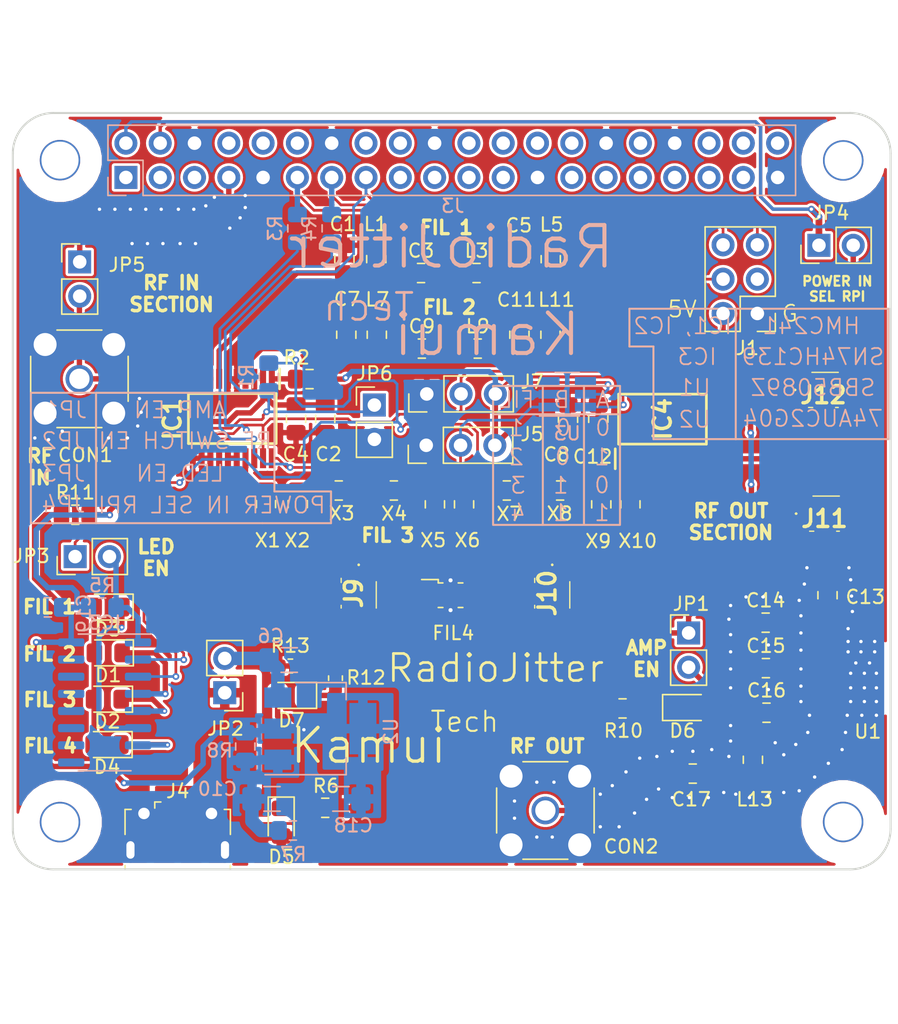
<source format=kicad_pcb>
(kicad_pcb (version 20171130) (host pcbnew "(5.1.4)-1")
  (layers (0 F.Cu signal) (1 In1.Cu signal hide) (2 In2.Cu signal hide) (31 B.Cu signal) (34 B.Paste user hide) (35 F.Paste user hide) (36 B.SilkS user hide) (37 F.SilkS user) (38 B.Mask user hide) (39 F.Mask user hide) (44 Edge.Cuts user))
  (net 0 "")
  (net 1 GND)
  (net 2 "Net-(J3-Pad3)")
  (net 3 "Net-(J3-Pad5)")
  (net 4 "Net-(J3-Pad8)")
  (net 5 "Net-(J3-Pad10)")
  (net 6 "Net-(J3-Pad12)")
  (net 7 "Net-(J3-Pad16)")
  (net 8 "Net-(J3-Pad18)")
  (net 9 "Net-(J3-Pad21)")
  (net 10 "Net-(J3-Pad22)")
  (net 11 "Net-(J3-Pad24)")
  (net 12 "Net-(J3-Pad26)")
  (net 13 "Net-(J3-Pad29)")
  (net 14 "Net-(J3-Pad31)")
  (net 15 "Net-(J3-Pad32)")
  (net 16 "Net-(J3-Pad33)")
  (net 17 "Net-(J3-Pad35)")
  (net 18 "Net-(J3-Pad36)")
  (net 19 "Net-(J3-Pad37)")
  (net 20 "Net-(J3-Pad38)")
  (net 21 "Net-(J3-Pad40)")
  (net 22 +5V)
  (net 23 RF_SWITCH_PWR)
  (net 24 "Net-(C3-Pad2)")
  (net 25 "Net-(C9-Pad2)")
  (net 26 "Net-(C13-Pad2)")
  (net 27 "Net-(C14-Pad1)")
  (net 28 "Net-(C17-Pad2)")
  (net 29 "Net-(C17-Pad1)")
  (net 30 SEL_RF1)
  (net 31 SEL_RF2)
  (net 32 SEL_RF3)
  (net 33 SEL_RF4)
  (net 34 "Net-(D5-Pad1)")
  (net 35 "Net-(D6-Pad1)")
  (net 36 "Net-(J4-Pad3)")
  (net 37 "Net-(J4-Pad4)")
  (net 38 "Net-(J4-Pad2)")
  (net 39 "Net-(IC3-Pad15)")
  (net 40 "Net-(IC3-Pad14)")
  (net 41 "Net-(IC3-Pad13)")
  (net 42 "Net-(IC3-Pad12)")
  (net 43 "Net-(IC3-Pad11)")
  (net 44 "Net-(IC3-Pad10)")
  (net 45 "Net-(IC3-Pad9)")
  (net 46 "Net-(J3-Pad1)")
  (net 47 "Net-(J3-Pad27)")
  (net 48 "Net-(J3-Pad28)")
  (net 49 "Net-(X3-Pad2)")
  (net 50 "Net-(X4-Pad2)")
  (net 51 "Net-(X7-Pad2)")
  (net 52 FIL_IN_1)
  (net 53 FIL_OUT_1)
  (net 54 FIL_IN_2)
  (net 55 "Net-(C10-Pad1)")
  (net 56 FIL_OUT_2)
  (net 57 "Net-(C13-Pad1)")
  (net 58 "Net-(CON1-Pad1)")
  (net 59 FIL_OUT_4)
  (net 60 FIL_IN_4)
  (net 61 RF_SWITCH_EN)
  (net 62 RPI_RF_OUT)
  (net 63 "Net-(J3-Pad2)")
  (net 64 FIL_IN_3)
  (net 65 FIL_OUT_3)
  (net 66 "Net-(IC4-Pad10)")
  (net 67 "Net-(C6-Pad1)")
  (net 68 "Net-(D1-Pad2)")
  (net 69 "Net-(D7-Pad1)")
  (net 70 RF_SWITCH_EN_STATUS)
  (net 71 A1_JMP)
  (net 72 A0_JMP)
  (net 73 "Net-(IC3-Pad1)")
  (net 74 "Net-(IC4-Pad20)")
  (net 75 A0_RPI)
  (net 76 A1_RPI)
  (net 77 "Net-(J3-Pad23)")
  (net 78 "Net-(J3-Pad19)")
  (net 79 "Net-(J3-Pad17)")
  (net 80 "Net-(J1-Pad3)")
  (module Connector_PinHeader_2.54mm:PinHeader_2x03_P2.54mm_Vertical (layer F.Cu) (at 133.68 75.66 180)
    (fp_text reference J1 (at 0.74 -2.56) (layer F.SilkS))
    (fp_text value Conn_02x03_Odd_Even)
    (pad 6 thru_hole oval (at 2.54 5.08 180) (size 1.7 1.7) (drill 1) (layers *.Cu *.Mask) (net 76 A1_RPI))
    (pad 5 thru_hole oval (at 0 5.08 180) (size 1.7 1.7) (drill 1) (layers *.Cu *.Mask) (net 61 RF_SWITCH_EN))
    (pad 4 thru_hole oval (at 2.54 2.54 180) (size 1.7 1.7) (drill 1) (layers *.Cu *.Mask) (net 75 A0_RPI))
    (pad 3 thru_hole oval (at 0 2.54 180) (size 1.7 1.7) (drill 1) (layers *.Cu *.Mask) (net 80 "Net-(J1-Pad3)"))
    (pad 2 thru_hole oval (at 2.54 0 180) (size 1.7 1.7) (drill 1) (layers *.Cu *.Mask) (net 22 +5V))
    (pad 1 thru_hole rect (at 0 0 180) (size 1.7 1.7) (drill 1) (layers *.Cu *.Mask) (net 1 GND))
  )
  (module Package_TO_SOT_SMD:SOT-23-6_Handsoldering (layer B.Cu) (at 119.6 81.64)
    (fp_text reference U3 (at 0 2.9) (layer B.SilkS) (effects (justify mirror)))
    (fp_text value 74AUC2G04)
    (pad 5 smd rect (at 1.35 0) (size 1.56 0.65) (layers B.Cu B.Paste B.Mask) (net 23 RF_SWITCH_PWR))
    (pad 6 smd rect (at 1.35 0.95) (size 1.56 0.65) (layers B.Cu B.Paste B.Mask) (net 74 "Net-(IC4-Pad20)"))
    (pad 4 smd rect (at 1.35 -0.95) (size 1.56 0.65) (layers B.Cu B.Paste B.Mask))
    (pad 3 smd rect (at -1.35 -0.95) (size 1.56 0.65) (layers B.Cu B.Paste B.Mask))
    (pad 2 smd rect (at -1.35 0) (size 1.56 0.65) (layers B.Cu B.Paste B.Mask) (net 1 GND))
    (pad 1 smd rect (at -1.35 0.95) (size 1.56 0.65) (layers B.Cu B.Paste B.Mask) (net 72 A0_JMP))
  )
  (module Resistor_SMD:R_0603_1608Metric (layer F.Cu) (at 99.1 101.76)
    (fp_text reference R13 (at 0 -1.5 180) (layer F.SilkS))
    (fp_text value DNP)
    (pad 2 smd roundrect (at 0.7875 0) (size 0.875 0.95) (layers F.Cu F.Paste F.Mask) (net 69 "Net-(D7-Pad1)"))
    (pad 1 smd roundrect (at -0.7875 0) (size 0.875 0.95) (layers F.Cu F.Paste F.Mask) (net 1 GND))
  )
  (module Resistor_SMD:R_0603_1608Metric (layer F.Cu) (at 102.44 102.66 270)
    (fp_text reference R12 (at -0.04 -2.26) (layer F.SilkS))
    (fp_text value DNP)
    (pad 2 smd roundrect (at 0.7875 0 270) (size 0.875 0.95) (layers F.Cu F.Paste F.Mask) (net 69 "Net-(D7-Pad1)"))
    (pad 1 smd roundrect (at -0.7875 0 270) (size 0.875 0.95) (layers F.Cu F.Paste F.Mask) (net 70 RF_SWITCH_EN_STATUS))
  )
  (module Capacitor_SMD:C_0805_2012Metric_Pad1.15x1.40mm_HandSolder (layer F.Cu) (at 103.1 71.635 90)
    (fp_text reference C1 (at 2.595 -0.12 180) (layer F.SilkS))
    (fp_text value 62pF)
    (pad 2 smd roundrect (at 1.025 0 90) (size 1.15 1.4) (layers F.Cu F.Paste F.Mask) (roundrect_rratio 0.217391) (net 1 GND))
    (pad 1 smd roundrect (at -1.025 0 90) (size 1.15 1.4) (layers F.Cu F.Paste F.Mask) (roundrect_rratio 0.217391) (net 52 FIL_IN_1))
  )
  (module SamacSys_Parts:UFLRSMT10 (layer F.Cu) (at 118.49 96.52 270)
    (fp_text reference J10 (at -0.15 0.375 90) (layer F.SilkS) (effects (font (size 1.27 1.27) (thickness 0.254))))
    (fp_text value "U.FL-R-SMT(10)" hide)
    (pad 1 smd rect (at -1.475 0 270) (size 1.05 2.2) (layers F.Cu F.Paste F.Mask) (net 1 GND))
    (pad 2 smd rect (at 1.475 0 270) (size 1.05 2.2) (layers F.Cu F.Paste F.Mask) (net 1 GND))
    (pad 3 smd rect (at 0 1.525 270) (size 1 1.05) (layers F.Cu F.Paste F.Mask) (net 59 FIL_OUT_4))
  )
  (module SamacSys_Parts:SOP65P640X120-20N (layer F.Cu) (at 126.655 83.482 90)
    (fp_text reference IC4 (at 0 0 90) (layer F.SilkS) (effects (font (size 1.27 1.27) (thickness 0.254))))
    (fp_text value ADG904BRUZ-R hide)
    (pad 1 smd rect (at -2.938 -2.925 180) (size 0.45 1.475) (layers F.Cu F.Paste F.Mask) (net 70 RF_SWITCH_EN_STATUS))
    (pad 2 smd rect (at -2.938 -2.275 180) (size 0.45 1.475) (layers F.Cu F.Paste F.Mask) (net 23 RF_SWITCH_PWR))
    (pad 3 smd rect (at -2.938 -1.625 180) (size 0.45 1.475) (layers F.Cu F.Paste F.Mask) (net 1 GND))
    (pad 4 smd rect (at -2.938 -0.975 180) (size 0.45 1.475) (layers F.Cu F.Paste F.Mask) (net 65 FIL_OUT_3))
    (pad 5 smd rect (at -2.938 -0.325 180) (size 0.45 1.475) (layers F.Cu F.Paste F.Mask) (net 1 GND))
    (pad 6 smd rect (at -2.938 0.325 180) (size 0.45 1.475) (layers F.Cu F.Paste F.Mask) (net 1 GND))
    (pad 7 smd rect (at -2.938 0.975 180) (size 0.45 1.475) (layers F.Cu F.Paste F.Mask) (net 59 FIL_OUT_4))
    (pad 8 smd rect (at -2.938 1.625 180) (size 0.45 1.475) (layers F.Cu F.Paste F.Mask) (net 1 GND))
    (pad 9 smd rect (at -2.938 2.275 180) (size 0.45 1.475) (layers F.Cu F.Paste F.Mask) (net 1 GND))
    (pad 10 smd rect (at -2.938 2.925 180) (size 0.45 1.475) (layers F.Cu F.Paste F.Mask) (net 66 "Net-(IC4-Pad10)"))
    (pad 11 smd rect (at 2.938 2.925 180) (size 0.45 1.475) (layers F.Cu F.Paste F.Mask) (net 1 GND))
    (pad 12 smd rect (at 2.938 2.275 180) (size 0.45 1.475) (layers F.Cu F.Paste F.Mask) (net 1 GND))
    (pad 13 smd rect (at 2.938 1.625 180) (size 0.45 1.475) (layers F.Cu F.Paste F.Mask) (net 1 GND))
    (pad 14 smd rect (at 2.938 0.975 180) (size 0.45 1.475) (layers F.Cu F.Paste F.Mask) (net 53 FIL_OUT_1))
    (pad 15 smd rect (at 2.938 0.325 180) (size 0.45 1.475) (layers F.Cu F.Paste F.Mask) (net 1 GND))
    (pad 16 smd rect (at 2.938 -0.325 180) (size 0.45 1.475) (layers F.Cu F.Paste F.Mask) (net 1 GND))
    (pad 17 smd rect (at 2.938 -0.975 180) (size 0.45 1.475) (layers F.Cu F.Paste F.Mask) (net 56 FIL_OUT_2))
    (pad 18 smd rect (at 2.938 -1.625 180) (size 0.45 1.475) (layers F.Cu F.Paste F.Mask) (net 1 GND))
    (pad 19 smd rect (at 2.938 -2.275 180) (size 0.45 1.475) (layers F.Cu F.Paste F.Mask) (net 71 A1_JMP))
    (pad 20 smd rect (at 2.938 -2.925 180) (size 0.45 1.475) (layers F.Cu F.Paste F.Mask) (net 74 "Net-(IC4-Pad20)"))
  )
  (module SamacSys_Parts:SOP65P640X120-20N (layer F.Cu) (at 94.8 83.44 270)
    (fp_text reference IC1 (at 0.04 4.44 90) (layer F.SilkS) (effects (font (size 1.27 1.27) (thickness 0.254))))
    (fp_text value ADG904BRUZ-R hide)
    (pad 1 smd rect (at -2.938 -2.925) (size 0.45 1.475) (layers F.Cu F.Paste F.Mask) (net 70 RF_SWITCH_EN_STATUS))
    (pad 2 smd rect (at -2.938 -2.275) (size 0.45 1.475) (layers F.Cu F.Paste F.Mask) (net 23 RF_SWITCH_PWR))
    (pad 3 smd rect (at -2.938 -1.625) (size 0.45 1.475) (layers F.Cu F.Paste F.Mask) (net 1 GND))
    (pad 4 smd rect (at -2.938 -0.975) (size 0.45 1.475) (layers F.Cu F.Paste F.Mask) (net 54 FIL_IN_2))
    (pad 5 smd rect (at -2.938 -0.325) (size 0.45 1.475) (layers F.Cu F.Paste F.Mask) (net 1 GND))
    (pad 6 smd rect (at -2.938 0.325) (size 0.45 1.475) (layers F.Cu F.Paste F.Mask) (net 1 GND))
    (pad 7 smd rect (at -2.938 0.975) (size 0.45 1.475) (layers F.Cu F.Paste F.Mask) (net 52 FIL_IN_1))
    (pad 8 smd rect (at -2.938 1.625) (size 0.45 1.475) (layers F.Cu F.Paste F.Mask) (net 1 GND))
    (pad 9 smd rect (at -2.938 2.275) (size 0.45 1.475) (layers F.Cu F.Paste F.Mask) (net 1 GND))
    (pad 10 smd rect (at -2.938 2.925) (size 0.45 1.475) (layers F.Cu F.Paste F.Mask) (net 58 "Net-(CON1-Pad1)"))
    (pad 11 smd rect (at 2.938 2.925) (size 0.45 1.475) (layers F.Cu F.Paste F.Mask) (net 1 GND))
    (pad 12 smd rect (at 2.938 2.275) (size 0.45 1.475) (layers F.Cu F.Paste F.Mask) (net 1 GND))
    (pad 13 smd rect (at 2.938 1.625) (size 0.45 1.475) (layers F.Cu F.Paste F.Mask) (net 1 GND))
    (pad 14 smd rect (at 2.938 0.975) (size 0.45 1.475) (layers F.Cu F.Paste F.Mask) (net 60 FIL_IN_4))
    (pad 15 smd rect (at 2.938 0.325) (size 0.45 1.475) (layers F.Cu F.Paste F.Mask) (net 1 GND))
    (pad 16 smd rect (at 2.938 -0.325) (size 0.45 1.475) (layers F.Cu F.Paste F.Mask) (net 1 GND))
    (pad 17 smd rect (at 2.938 -0.975) (size 0.45 1.475) (layers F.Cu F.Paste F.Mask) (net 64 FIL_IN_3))
    (pad 18 smd rect (at 2.938 -1.625) (size 0.45 1.475) (layers F.Cu F.Paste F.Mask) (net 1 GND))
    (pad 19 smd rect (at 2.938 -2.275) (size 0.45 1.475) (layers F.Cu F.Paste F.Mask) (net 71 A1_JMP))
    (pad 20 smd rect (at 2.938 -2.925) (size 0.45 1.475) (layers F.Cu F.Paste F.Mask) (net 72 A0_JMP))
  )
  (module SamacSys_Parts:UFLRSMT10 (layer F.Cu) (at 138.72 81.32)
    (fp_text reference J12 (at -0.15 0.375) (layer F.SilkS) (effects (font (size 1.27 1.27) (thickness 0.254))))
    (fp_text value "U.FL-R-SMT(10)" hide)
    (pad 1 smd rect (at -1.475 0) (size 1.05 2.2) (layers F.Cu F.Paste F.Mask) (net 1 GND))
    (pad 2 smd rect (at 1.475 0) (size 1.05 2.2) (layers F.Cu F.Paste F.Mask) (net 1 GND))
    (pad 3 smd rect (at 0 1.525) (size 1 1.05) (layers F.Cu F.Paste F.Mask) (net 66 "Net-(IC4-Pad10)"))
  )
  (module SamacSys_Parts:UFLRSMT10 (layer F.Cu) (at 138.8 90.48)
    (fp_text reference J11 (at -0.15 0.375) (layer F.SilkS) (effects (font (size 1.27 1.27) (thickness 0.254))))
    (fp_text value "U.FL-R-SMT(10)" hide)
    (pad 1 smd rect (at -1.475 0) (size 1.05 2.2) (layers F.Cu F.Paste F.Mask) (net 1 GND))
    (pad 2 smd rect (at 1.475 0) (size 1.05 2.2) (layers F.Cu F.Paste F.Mask) (net 1 GND))
    (pad 3 smd rect (at 0 1.525) (size 1 1.05) (layers F.Cu F.Paste F.Mask) (net 57 "Net-(C13-Pad1)"))
  )
  (module SamacSys_Parts:UFLRSMT10 (layer F.Cu) (at 104.16 96.52 270)
    (fp_text reference J9 (at -0.15 0.375 90) (layer F.SilkS) (effects (font (size 1.27 1.27) (thickness 0.254))))
    (fp_text value "U.FL-R-SMT(10)" hide)
    (pad 1 smd rect (at -1.475 0 270) (size 1.05 2.2) (layers F.Cu F.Paste F.Mask) (net 1 GND))
    (pad 2 smd rect (at 1.475 0 270) (size 1.05 2.2) (layers F.Cu F.Paste F.Mask) (net 1 GND))
    (pad 3 smd rect (at 0 1.525 270) (size 1 1.05) (layers F.Cu F.Paste F.Mask) (net 60 FIL_IN_4))
  )
  (module Package_TO_SOT_SMD:SOT-223-3_TabPin2 (layer B.Cu) (at 101.32 106.4)
    (fp_text reference U2 (at 5.22 0.2 270) (layer B.SilkS) (effects (justify mirror)))
    (fp_text value LM1117-ADJ)
    (pad 1 smd rect (at -3.15 2.3) (size 2 1.5) (layers B.Cu B.Paste B.Mask) (net 55 "Net-(C10-Pad1)"))
    (pad 3 smd rect (at -3.15 -2.3) (size 2 1.5) (layers B.Cu B.Paste B.Mask) (net 67 "Net-(C6-Pad1)"))
    (pad 2 smd rect (at -3.15 0) (size 2 1.5) (layers B.Cu B.Paste B.Mask) (net 23 RF_SWITCH_PWR))
    (pad 2 smd rect (at 3.15 0) (size 2 3.8) (layers B.Cu B.Paste B.Mask) (net 23 RF_SWITCH_PWR))
  )
  (module Resistor_SMD:R_0805_2012Metric_Pad1.15x1.40mm_HandSolder (layer B.Cu) (at 95.76 107.725 270)
    (fp_text reference R8 (at 0.295 1.9 180) (layer B.SilkS) (effects (justify mirror)))
    (fp_text value 120)
    (pad 2 smd roundrect (at 1.025 0 270) (size 1.15 1.4) (layers B.Cu B.Paste B.Mask) (roundrect_rratio 0.217391) (net 55 "Net-(C10-Pad1)"))
    (pad 1 smd roundrect (at -1.025 0 270) (size 1.15 1.4) (layers B.Cu B.Paste B.Mask) (roundrect_rratio 0.217391) (net 23 RF_SWITCH_PWR))
  )
  (module Resistor_SMD:R_0805_2012Metric_Pad1.15x1.40mm_HandSolder (layer B.Cu) (at 99.285 113.94 180)
    (fp_text reference R7 (at -0.035 -1.76) (layer B.SilkS) (effects (justify mirror)))
    (fp_text value 120)
    (pad 2 smd roundrect (at 1.025 0 180) (size 1.15 1.4) (layers B.Cu B.Paste B.Mask) (roundrect_rratio 0.217391) (net 55 "Net-(C10-Pad1)"))
    (pad 1 smd roundrect (at -1.025 0 180) (size 1.15 1.4) (layers B.Cu B.Paste B.Mask) (roundrect_rratio 0.217391) (net 1 GND))
  )
  (module Resistor_SMD:R_0805_2012Metric_Pad1.15x1.40mm_HandSolder (layer B.Cu) (at 85.165 97.44 180)
    (fp_text reference R5 (at 0 1.65) (layer B.SilkS) (effects (justify mirror)))
    (fp_text value 10K)
    (pad 2 smd roundrect (at 1.025 0 180) (size 1.15 1.4) (layers B.Cu B.Paste B.Mask) (roundrect_rratio 0.217391) (net 23 RF_SWITCH_PWR))
    (pad 1 smd roundrect (at -1.025 0 180) (size 1.15 1.4) (layers B.Cu B.Paste B.Mask) (roundrect_rratio 0.217391) (net 73 "Net-(IC3-Pad1)"))
  )
  (module Resistor_SMD:R_0805_2012Metric_Pad1.15x1.40mm_HandSolder (layer B.Cu) (at 102.16 69.36 270)
    (fp_text reference R4 (at 0 1.65 90) (layer B.SilkS) (effects (justify mirror)))
    (fp_text value 330)
    (pad 2 smd roundrect (at 1.025 0 270) (size 1.15 1.4) (layers B.Cu B.Paste B.Mask) (roundrect_rratio 0.217391) (net 71 A1_JMP))
    (pad 1 smd roundrect (at -1.025 0 270) (size 1.15 1.4) (layers B.Cu B.Paste B.Mask) (roundrect_rratio 0.217391) (net 76 A1_RPI))
  )
  (module Resistor_SMD:R_0805_2012Metric_Pad1.15x1.40mm_HandSolder (layer B.Cu) (at 99.62 69.36 270)
    (fp_text reference R3 (at 0 1.65 90) (layer B.SilkS) (effects (justify mirror)))
    (fp_text value 330)
    (pad 2 smd roundrect (at 1.025 0 270) (size 1.15 1.4) (layers B.Cu B.Paste B.Mask) (roundrect_rratio 0.217391) (net 72 A0_JMP))
    (pad 1 smd roundrect (at -1.025 0 270) (size 1.15 1.4) (layers B.Cu B.Paste B.Mask) (roundrect_rratio 0.217391) (net 75 A0_RPI))
  )
  (module Resistor_SMD:R_0805_2012Metric_Pad1.15x1.40mm_HandSolder (layer F.Cu) (at 100.52 80.52 180)
    (fp_text reference R2 (at 0.96 1.6 180) (layer F.SilkS))
    (fp_text value 10K)
    (pad 2 smd roundrect (at 1.025 0 180) (size 1.15 1.4) (layers F.Cu F.Paste F.Mask) (roundrect_rratio 0.217391) (net 70 RF_SWITCH_EN_STATUS))
    (pad 1 smd roundrect (at -1.025 0 180) (size 1.15 1.4) (layers F.Cu F.Paste F.Mask) (roundrect_rratio 0.217391) (net 23 RF_SWITCH_PWR))
  )
  (module Resistor_SMD:R_0805_2012Metric_Pad1.15x1.40mm_HandSolder (layer B.Cu) (at 97.5 80.36 270)
    (fp_text reference R1 (at 0 1.65 270) (layer B.SilkS) (effects (justify mirror)))
    (fp_text value 330)
    (pad 2 smd roundrect (at 1.025 0 270) (size 1.15 1.4) (layers B.Cu B.Paste B.Mask) (roundrect_rratio 0.217391) (net 61 RF_SWITCH_EN))
    (pad 1 smd roundrect (at -1.025 0 270) (size 1.15 1.4) (layers B.Cu B.Paste B.Mask) (roundrect_rratio 0.217391) (net 70 RF_SWITCH_EN_STATUS))
  )
  (module Connector_PinHeader_2.54mm:PinHeader_1x02_P2.54mm_Vertical (layer F.Cu) (at 105.32 82.44)
    (fp_text reference JP6 (at 0 -2.33) (layer F.SilkS))
    (fp_text value Jumper)
    (pad 2 thru_hole oval (at 0 2.54) (size 1.7 1.7) (drill 1) (layers *.Cu *.Mask) (net 1 GND))
    (pad 1 thru_hole rect (at 0 0) (size 1.7 1.7) (drill 1) (layers *.Cu *.Mask) (net 61 RF_SWITCH_EN))
  )
  (module Connector_PinHeader_2.54mm:PinHeader_1x02_P2.54mm_Vertical (layer F.Cu) (at 83.5 71.84)
    (fp_text reference JP5 (at 3.5 0.22) (layer F.SilkS))
    (fp_text value Jumper)
    (pad 2 thru_hole oval (at 0 2.54) (size 1.7 1.7) (drill 1) (layers *.Cu *.Mask) (net 58 "Net-(CON1-Pad1)"))
    (pad 1 thru_hole rect (at 0 0) (size 1.7 1.7) (drill 1) (layers *.Cu *.Mask) (net 62 RPI_RF_OUT))
  )
  (module Filter:Filter_Mini-Circuits_FV1206 (layer F.Cu) (at 110.96 96.52)
    (fp_text reference FIL4 (at 0.2 2.8) (layer F.SilkS))
    (fp_text value LFCN-180)
    (pad 4 thru_hole circle (at 0 -1.105) (size 0.61 0.61) (drill 0.3) (layers *.Cu *.Mask) (net 1 GND))
    (pad 2 thru_hole circle (at 0 1.105) (size 0.61 0.61) (drill 0.3) (layers *.Cu *.Mask) (net 1 GND))
    (pad 4 smd roundrect (at 0 -0.9275) (size 0.61 1.245) (layers F.Cu F.Paste F.Mask) (net 1 GND))
    (pad 2 smd roundrect (at 0 0.9275) (size 0.61 1.245) (layers F.Cu F.Paste F.Mask) (net 1 GND))
    (pad 3 smd roundrect (at 1.625 0) (size 1.04 1.8) (layers F.Cu F.Paste F.Mask) (roundrect_rratio 0.24) (net 59 FIL_OUT_4))
    (pad 1 smd roundrect (at -1.625 0) (size 1.04 1.8) (layers F.Cu F.Paste F.Mask) (roundrect_rratio 0.24) (net 60 FIL_IN_4))
  )
  (module Capacitor_SMD:C_1206_3216Metric_Pad1.42x1.75mm_HandSolder (layer B.Cu) (at 102.84 111.6 180)
    (fp_text reference C18 (at -0.92 -1.96) (layer B.SilkS) (effects (justify mirror)))
    (fp_text value 22uF)
    (pad 2 smd roundrect (at 1.4875 0 180) (size 1.425 1.75) (layers B.Cu B.Paste B.Mask) (roundrect_rratio 0.175439) (net 1 GND))
    (pad 1 smd roundrect (at -1.4875 0 180) (size 1.425 1.75) (layers B.Cu B.Paste B.Mask) (roundrect_rratio 0.175439) (net 23 RF_SWITCH_PWR))
  )
  (module Capacitor_SMD:C_0805_2012Metric_Pad1.15x1.40mm_HandSolder (layer F.Cu) (at 121.9 83.46 90)
    (fp_text reference C12 (at -2.8 -0.42 180) (layer F.SilkS))
    (fp_text value 0.1uF)
    (pad 2 smd roundrect (at 1.025 0 90) (size 1.15 1.4) (layers F.Cu F.Paste F.Mask) (roundrect_rratio 0.217391) (net 1 GND))
    (pad 1 smd roundrect (at -1.025 0 90) (size 1.15 1.4) (layers F.Cu F.Paste F.Mask) (roundrect_rratio 0.217391) (net 23 RF_SWITCH_PWR))
  )
  (module Capacitor_SMD:C_1206_3216Metric_Pad1.42x1.75mm_HandSolder (layer B.Cu) (at 97.74 111.6)
    (fp_text reference C10 (at -4.04 -0.74) (layer B.SilkS) (effects (justify mirror)))
    (fp_text value 22uF)
    (pad 2 smd roundrect (at 1.4875 0) (size 1.425 1.75) (layers B.Cu B.Paste B.Mask) (roundrect_rratio 0.175439) (net 1 GND))
    (pad 1 smd roundrect (at -1.4875 0) (size 1.425 1.75) (layers B.Cu B.Paste B.Mask) (roundrect_rratio 0.175439) (net 55 "Net-(C10-Pad1)"))
  )
  (module Capacitor_SMD:C_0805_2012Metric_Pad1.15x1.40mm_HandSolder (layer F.Cu) (at 119.66 83.46 90)
    (fp_text reference C8 (at -2.64 -0.84 180) (layer F.SilkS))
    (fp_text value 10uF)
    (pad 2 smd roundrect (at 1.025 0 90) (size 1.15 1.4) (layers F.Cu F.Paste F.Mask) (roundrect_rratio 0.217391) (net 1 GND))
    (pad 1 smd roundrect (at -1.025 0 90) (size 1.15 1.4) (layers F.Cu F.Paste F.Mask) (roundrect_rratio 0.217391) (net 23 RF_SWITCH_PWR))
  )
  (module Capacitor_SMD:C_1206_3216Metric_Pad1.42x1.75mm_HandSolder (layer B.Cu) (at 99.0125 101.32)
    (fp_text reference C6 (at -1.3675 -1.78) (layer B.SilkS) (effects (justify mirror)))
    (fp_text value 10uF)
    (pad 2 smd roundrect (at 1.4875 0) (size 1.425 1.75) (layers B.Cu B.Paste B.Mask) (roundrect_rratio 0.175439) (net 1 GND))
    (pad 1 smd roundrect (at -1.4875 0) (size 1.425 1.75) (layers B.Cu B.Paste B.Mask) (roundrect_rratio 0.175439) (net 67 "Net-(C6-Pad1)"))
  )
  (module Capacitor_SMD:C_0805_2012Metric_Pad1.15x1.40mm_HandSolder (layer F.Cu) (at 99.52 83.46 270)
    (fp_text reference C4 (at 2.62 0.02 180) (layer F.SilkS))
    (fp_text value 0.1uF)
    (pad 2 smd roundrect (at 1.025 0 270) (size 1.15 1.4) (layers F.Cu F.Paste F.Mask) (roundrect_rratio 0.217391) (net 1 GND))
    (pad 1 smd roundrect (at -1.025 0 270) (size 1.15 1.4) (layers F.Cu F.Paste F.Mask) (roundrect_rratio 0.217391) (net 23 RF_SWITCH_PWR))
  )
  (module Capacitor_SMD:C_0805_2012Metric_Pad1.15x1.40mm_HandSolder (layer F.Cu) (at 101.68 83.46 270)
    (fp_text reference C2 (at 2.62 -0.24 180) (layer F.SilkS))
    (fp_text value 10uF)
    (pad 2 smd roundrect (at 1.025 0 270) (size 1.15 1.4) (layers F.Cu F.Paste F.Mask) (roundrect_rratio 0.217391) (net 1 GND))
    (pad 1 smd roundrect (at -1.025 0 270) (size 1.15 1.4) (layers F.Cu F.Paste F.Mask) (roundrect_rratio 0.217391) (net 23 RF_SWITCH_PWR))
  )
  (module Inductor_SMD:L_0805_2012Metric_Pad1.15x1.40mm_HandSolder (layer F.Cu) (at 124.281 89.792 270)
    (fp_text reference X10 (at 2.708 -0.539 180) (layer F.SilkS))
    (fp_text value L)
    (pad 2 smd roundrect (at 1.025 0 270) (size 1.15 1.4) (layers F.Cu F.Paste F.Mask) (roundrect_rratio 0.217391) (net 1 GND))
    (pad 1 smd roundrect (at -1.025 0 270) (size 1.15 1.4) (layers F.Cu F.Paste F.Mask) (roundrect_rratio 0.217391) (net 65 FIL_OUT_3))
  )
  (module Inductor_SMD:L_0805_2012Metric_Pad1.15x1.40mm_HandSolder (layer F.Cu) (at 119.074 88.767)
    (fp_text reference X8 (at -0.034 1.713) (layer F.SilkS))
    (fp_text value L)
    (pad 2 smd roundrect (at 1.025 0) (size 1.15 1.4) (layers F.Cu F.Paste F.Mask) (roundrect_rratio 0.217391) (net 65 FIL_OUT_3))
    (pad 1 smd roundrect (at -1.025 0) (size 1.15 1.4) (layers F.Cu F.Paste F.Mask) (roundrect_rratio 0.217391) (net 51 "Net-(X7-Pad2)"))
  )
  (module Capacitor_SMD:C_0805_2012Metric_Pad1.15x1.40mm_HandSolder (layer F.Cu) (at 122.122 89.792 270)
    (fp_text reference X9 (at 2.728 0.222 180) (layer F.SilkS))
    (fp_text value C)
    (pad 2 smd roundrect (at 1.025 0 270) (size 1.15 1.4) (layers F.Cu F.Paste F.Mask) (roundrect_rratio 0.217391) (net 1 GND))
    (pad 1 smd roundrect (at -1.025 0 270) (size 1.15 1.4) (layers F.Cu F.Paste F.Mask) (roundrect_rratio 0.217391) (net 65 FIL_OUT_3))
  )
  (module Capacitor_SMD:C_0805_2012Metric_Pad1.15x1.40mm_HandSolder (layer F.Cu) (at 115.128 88.767)
    (fp_text reference X7 (at 0.192 1.733) (layer F.SilkS))
    (fp_text value C)
    (pad 2 smd roundrect (at 1.025 0) (size 1.15 1.4) (layers F.Cu F.Paste F.Mask) (roundrect_rratio 0.217391) (net 51 "Net-(X7-Pad2)"))
    (pad 1 smd roundrect (at -1.025 0) (size 1.15 1.4) (layers F.Cu F.Paste F.Mask) (roundrect_rratio 0.217391) (net 50 "Net-(X4-Pad2)"))
  )
  (module Capacitor_SMD:C_0805_2012Metric_Pad1.15x1.40mm_HandSolder (layer F.Cu) (at 134.357 105.2195)
    (fp_text reference C16 (at 0 -1.65) (layer F.SilkS))
    (fp_text value 68pF)
    (pad 2 smd roundrect (at 1.025 0) (size 1.15 1.4) (layers F.Cu F.Paste F.Mask) (roundrect_rratio 0.217391) (net 1 GND))
    (pad 1 smd roundrect (at -1.025 0) (size 1.15 1.4) (layers F.Cu F.Paste F.Mask) (roundrect_rratio 0.217391) (net 27 "Net-(C14-Pad1)"))
  )
  (module Connector_Coaxial:SMA_Amphenol_132291-12_Vertical (layer F.Cu) (at 117.983 112.4585 90)
    (fp_text reference CON2 (at -2.667 6.35 180) (layer F.SilkS))
    (fp_text value SMA-)
    (pad 2 thru_hole circle (at -2.54 2.54 90) (size 2.25 2.25) (drill 1.7) (layers *.Cu *.Mask) (net 1 GND))
    (pad 2 thru_hole circle (at -2.54 -2.54 90) (size 2.25 2.25) (drill 1.7) (layers *.Cu *.Mask) (net 1 GND))
    (pad 2 thru_hole circle (at 2.54 -2.54 90) (size 2.25 2.25) (drill 1.7) (layers *.Cu *.Mask) (net 1 GND))
    (pad 2 thru_hole circle (at 2.54 2.54 90) (size 2.25 2.25) (drill 1.7) (layers *.Cu *.Mask) (net 1 GND))
    (pad 1 thru_hole circle (at 0 0 90) (size 2.05 2.05) (drill 1.5) (layers *.Cu *.Mask) (net 28 "Net-(C17-Pad2)"))
  )
  (module Connector_Coaxial:SMA_Amphenol_132291-12_Vertical (layer F.Cu) (at 83.477 80.4985)
    (fp_text reference CON1 (at 0.443 5.6415) (layer F.SilkS))
    (fp_text value Sig_In)
    (pad 2 thru_hole circle (at -2.54 2.54) (size 2.25 2.25) (drill 1.7) (layers *.Cu *.Mask) (net 1 GND))
    (pad 2 thru_hole circle (at -2.54 -2.54) (size 2.25 2.25) (drill 1.7) (layers *.Cu *.Mask) (net 1 GND))
    (pad 2 thru_hole circle (at 2.54 -2.54) (size 2.25 2.25) (drill 1.7) (layers *.Cu *.Mask) (net 1 GND))
    (pad 2 thru_hole circle (at 2.54 2.54) (size 2.25 2.25) (drill 1.7) (layers *.Cu *.Mask) (net 1 GND))
    (pad 1 thru_hole circle (at 0 0) (size 2.05 2.05) (drill 1.5) (layers *.Cu *.Mask) (net 58 "Net-(CON1-Pad1)"))
  )
  (module Capacitor_SMD:C_0805_2012Metric_Pad1.15x1.40mm_HandSolder (layer B.Cu) (at 81.14 97.42 180)
    (fp_text reference C19 (at -2.658 -0.4445 270) (layer B.SilkS) (effects (justify mirror)))
    (fp_text value 0.1uF)
    (pad 2 smd roundrect (at 1.025 0 180) (size 1.15 1.4) (layers B.Cu B.Paste B.Mask) (roundrect_rratio 0.217391) (net 1 GND))
    (pad 1 smd roundrect (at -1.025 0 180) (size 1.15 1.4) (layers B.Cu B.Paste B.Mask) (roundrect_rratio 0.217391) (net 23 RF_SWITCH_PWR))
  )
  (module Capacitor_SMD:C_0805_2012Metric_Pad1.15x1.40mm_HandSolder (layer F.Cu) (at 128.896 109.728 180)
    (fp_text reference C17 (at 0.118 -1.905) (layer F.SilkS))
    (fp_text value 68pF)
    (pad 2 smd roundrect (at 1.025 0 180) (size 1.15 1.4) (layers F.Cu F.Paste F.Mask) (roundrect_rratio 0.217391) (net 28 "Net-(C17-Pad2)"))
    (pad 1 smd roundrect (at -1.025 0 180) (size 1.15 1.4) (layers F.Cu F.Paste F.Mask) (roundrect_rratio 0.217391) (net 29 "Net-(C17-Pad1)"))
  )
  (module Capacitor_SMD:C_0805_2012Metric_Pad1.15x1.40mm_HandSolder (layer F.Cu) (at 134.3115 101.9175)
    (fp_text reference C15 (at 0 -1.65) (layer F.SilkS))
    (fp_text value 1200pF)
    (pad 2 smd roundrect (at 1.025 0) (size 1.15 1.4) (layers F.Cu F.Paste F.Mask) (roundrect_rratio 0.217391) (net 1 GND))
    (pad 1 smd roundrect (at -1.025 0) (size 1.15 1.4) (layers F.Cu F.Paste F.Mask) (roundrect_rratio 0.217391) (net 27 "Net-(C14-Pad1)"))
  )
  (module Capacitor_SMD:C_0805_2012Metric_Pad1.15x1.40mm_HandSolder (layer F.Cu) (at 134.2935 98.552)
    (fp_text reference C14 (at 0 -1.65) (layer F.SilkS))
    (fp_text value 1uF)
    (pad 2 smd roundrect (at 1.025 0) (size 1.15 1.4) (layers F.Cu F.Paste F.Mask) (roundrect_rratio 0.217391) (net 1 GND))
    (pad 1 smd roundrect (at -1.025 0) (size 1.15 1.4) (layers F.Cu F.Paste F.Mask) (roundrect_rratio 0.217391) (net 27 "Net-(C14-Pad1)"))
  )
  (module Capacitor_SMD:C_0805_2012Metric_Pad1.15x1.40mm_HandSolder (layer F.Cu) (at 138.8745 96.52 270)
    (fp_text reference C13 (at 0.127 -2.794 180) (layer F.SilkS))
    (fp_text value 68pF)
    (pad 2 smd roundrect (at 1.025 0 270) (size 1.15 1.4) (layers F.Cu F.Paste F.Mask) (roundrect_rratio 0.217391) (net 26 "Net-(C13-Pad2)"))
    (pad 1 smd roundrect (at -1.025 0 270) (size 1.15 1.4) (layers F.Cu F.Paste F.Mask) (roundrect_rratio 0.217391) (net 57 "Net-(C13-Pad1)"))
  )
  (module Capacitor_SMD:C_0805_2012Metric_Pad1.15x1.40mm_HandSolder (layer F.Cu) (at 116.06 77.235 90)
    (fp_text reference C11 (at 2.595 -0.22 180) (layer F.SilkS))
    (fp_text value C)
    (pad 2 smd roundrect (at 1.025 0 90) (size 1.15 1.4) (layers F.Cu F.Paste F.Mask) (roundrect_rratio 0.217391) (net 1 GND))
    (pad 1 smd roundrect (at -1.025 0 90) (size 1.15 1.4) (layers F.Cu F.Paste F.Mask) (roundrect_rratio 0.217391) (net 56 FIL_OUT_2))
  )
  (module Capacitor_SMD:C_0805_2012Metric_Pad1.15x1.40mm_HandSolder (layer F.Cu) (at 108.835 78.26)
    (fp_text reference C9 (at 0 -1.65) (layer F.SilkS))
    (fp_text value C)
    (pad 2 smd roundrect (at 1.025 0) (size 1.15 1.4) (layers F.Cu F.Paste F.Mask) (roundrect_rratio 0.217391) (net 25 "Net-(C9-Pad2)"))
    (pad 1 smd roundrect (at -1.025 0) (size 1.15 1.4) (layers F.Cu F.Paste F.Mask) (roundrect_rratio 0.217391) (net 54 FIL_IN_2))
  )
  (module Capacitor_SMD:C_0805_2012Metric_Pad1.15x1.40mm_HandSolder (layer F.Cu) (at 103.24 77.235 90)
    (fp_text reference C7 (at 2.635 0.06 180) (layer F.SilkS))
    (fp_text value C)
    (pad 2 smd roundrect (at 1.025 0 90) (size 1.15 1.4) (layers F.Cu F.Paste F.Mask) (roundrect_rratio 0.217391) (net 1 GND))
    (pad 1 smd roundrect (at -1.025 0 90) (size 1.15 1.4) (layers F.Cu F.Paste F.Mask) (roundrect_rratio 0.217391) (net 54 FIL_IN_2))
  )
  (module Capacitor_SMD:C_0805_2012Metric_Pad1.15x1.40mm_HandSolder (layer F.Cu) (at 109.803 89.792 270)
    (fp_text reference X5 (at 2.658 0.127 180) (layer F.SilkS))
    (fp_text value C)
    (pad 2 smd roundrect (at 1.025 0 270) (size 1.15 1.4) (layers F.Cu F.Paste F.Mask) (roundrect_rratio 0.217391) (net 1 GND))
    (pad 1 smd roundrect (at -1.025 0 270) (size 1.15 1.4) (layers F.Cu F.Paste F.Mask) (roundrect_rratio 0.217391) (net 50 "Net-(X4-Pad2)"))
  )
  (module Capacitor_SMD:C_0805_2012Metric_Pad1.15x1.40mm_HandSolder (layer F.Cu) (at 116.06 71.64 90)
    (fp_text reference C5 (at 2.5 -0.04 180) (layer F.SilkS))
    (fp_text value 62pF)
    (pad 2 smd roundrect (at 1.025 0 90) (size 1.15 1.4) (layers F.Cu F.Paste F.Mask) (roundrect_rratio 0.217391) (net 1 GND))
    (pad 1 smd roundrect (at -1.025 0 90) (size 1.15 1.4) (layers F.Cu F.Paste F.Mask) (roundrect_rratio 0.217391) (net 53 FIL_OUT_1))
  )
  (module Capacitor_SMD:C_0805_2012Metric_Pad1.15x1.40mm_HandSolder (layer F.Cu) (at 102.682 88.767)
    (fp_text reference X3 (at 0.218 1.693) (layer F.SilkS))
    (fp_text value C)
    (pad 2 smd roundrect (at 1.025 0) (size 1.15 1.4) (layers F.Cu F.Paste F.Mask) (roundrect_rratio 0.217391) (net 49 "Net-(X3-Pad2)"))
    (pad 1 smd roundrect (at -1.025 0) (size 1.15 1.4) (layers F.Cu F.Paste F.Mask) (roundrect_rratio 0.217391) (net 64 FIL_IN_3))
  )
  (module Capacitor_SMD:C_0805_2012Metric_Pad1.15x1.40mm_HandSolder (layer F.Cu) (at 108.775 72.6655)
    (fp_text reference C3 (at 0 -1.65) (layer F.SilkS))
    (fp_text value 3.3pF)
    (pad 2 smd roundrect (at 1.025 0) (size 1.15 1.4) (layers F.Cu F.Paste F.Mask) (roundrect_rratio 0.217391) (net 24 "Net-(C3-Pad2)"))
    (pad 1 smd roundrect (at -1.025 0) (size 1.15 1.4) (layers F.Cu F.Paste F.Mask) (roundrect_rratio 0.217391) (net 52 FIL_IN_1))
  )
  (module Capacitor_SMD:C_0805_2012Metric_Pad1.15x1.40mm_HandSolder (layer F.Cu) (at 97.2935 89.774 270)
    (fp_text reference X1 (at 2.686 -0.1265 180) (layer F.SilkS))
    (fp_text value C)
    (pad 2 smd roundrect (at 1.025 0 270) (size 1.15 1.4) (layers F.Cu F.Paste F.Mask) (roundrect_rratio 0.217391) (net 1 GND))
    (pad 1 smd roundrect (at -1.025 0 270) (size 1.15 1.4) (layers F.Cu F.Paste F.Mask) (roundrect_rratio 0.217391) (net 64 FIL_IN_3))
  )
  (module Connector_PinHeader_2.54mm:PinHeader_1x02_P2.54mm_Vertical (layer F.Cu) (at 138.2395 70.612 90)
    (fp_text reference JP4 (at 2.392 0.8805 180) (layer F.SilkS))
    (fp_text value Jumper)
    (pad 2 thru_hole oval (at 0 2.54 90) (size 1.7 1.7) (drill 1) (layers *.Cu *.Mask) (net 22 +5V))
    (pad 1 thru_hole rect (at 0 0 90) (size 1.7 1.7) (drill 1) (layers *.Cu *.Mask) (net 63 "Net-(J3-Pad2)"))
  )
  (module Package_SO:SOIC-16_3.9x9.9mm_P1.27mm (layer B.Cu) (at 85.344 104.4575 180)
    (fp_text reference IC3 (at 0 5.9 180) (layer B.SilkS) (effects (justify mirror)))
    (fp_text value SN74HC139PW)
    (pad 16 smd roundrect (at 2.475 4.445 180) (size 1.95 0.6) (layers B.Cu B.Paste B.Mask) (net 23 RF_SWITCH_PWR))
    (pad 15 smd roundrect (at 2.475 3.175 180) (size 1.95 0.6) (layers B.Cu B.Paste B.Mask) (net 39 "Net-(IC3-Pad15)"))
    (pad 14 smd roundrect (at 2.475 1.905 180) (size 1.95 0.6) (layers B.Cu B.Paste B.Mask) (net 40 "Net-(IC3-Pad14)"))
    (pad 13 smd roundrect (at 2.475 0.635 180) (size 1.95 0.6) (layers B.Cu B.Paste B.Mask) (net 41 "Net-(IC3-Pad13)"))
    (pad 12 smd roundrect (at 2.475 -0.635 180) (size 1.95 0.6) (layers B.Cu B.Paste B.Mask) (net 42 "Net-(IC3-Pad12)"))
    (pad 11 smd roundrect (at 2.475 -1.905 180) (size 1.95 0.6) (layers B.Cu B.Paste B.Mask) (net 43 "Net-(IC3-Pad11)"))
    (pad 10 smd roundrect (at 2.475 -3.175 180) (size 1.95 0.6) (layers B.Cu B.Paste B.Mask) (net 44 "Net-(IC3-Pad10)"))
    (pad 9 smd roundrect (at 2.475 -4.445 180) (size 1.95 0.6) (layers B.Cu B.Paste B.Mask) (net 45 "Net-(IC3-Pad9)"))
    (pad 8 smd roundrect (at -2.475 -4.445 180) (size 1.95 0.6) (layers B.Cu B.Paste B.Mask) (net 1 GND))
    (pad 7 smd roundrect (at -2.475 -3.175 180) (size 1.95 0.6) (layers B.Cu B.Paste B.Mask) (net 33 SEL_RF4))
    (pad 6 smd roundrect (at -2.475 -1.905 180) (size 1.95 0.6) (layers B.Cu B.Paste B.Mask) (net 32 SEL_RF3))
    (pad 5 smd roundrect (at -2.475 -0.635 180) (size 1.95 0.6) (layers B.Cu B.Paste B.Mask) (net 31 SEL_RF2))
    (pad 4 smd roundrect (at -2.475 0.635 180) (size 1.95 0.6) (layers B.Cu B.Paste B.Mask) (net 30 SEL_RF1))
    (pad 3 smd roundrect (at -2.475 1.905 180) (size 1.95 0.6) (layers B.Cu B.Paste B.Mask) (net 71 A1_JMP))
    (pad 2 smd roundrect (at -2.475 3.175 180) (size 1.95 0.6) (layers B.Cu B.Paste B.Mask) (net 72 A0_JMP))
    (pad 1 smd roundrect (at -2.475 4.445 180) (size 1.95 0.6) (layers B.Cu B.Paste B.Mask) (net 73 "Net-(IC3-Pad1)"))
  )
  (module RF_AMP_VK:SBB5089Z (layer F.Cu) (at 139.578 100.4295 270)
    (fp_text reference U1 (at 6.187 -2.281 180) (layer F.SilkS))
    (fp_text value SBB5089Z)
    (fp_poly (pts (xy 1.778 0.0635) (xy 2.7305 0.0635) (xy 2.7305 -0.5715) (xy 1.778 -0.5715)) (layer F.Cu) (width 0.1))
    (pad 4 smd custom (at 2.25 -1.9685 270) (size 5 3) (layers F.Cu F.Paste F.Mask) (net 1 GND) (options (clearance outline) (anchor rect)) (primitives))
    (pad 2 smd custom (at 2.25 0.75 270) (size 1.1 1.5) (layers F.Cu F.Paste F.Mask) (net 1 GND) (options (clearance outline) (anchor rect)) (primitives))
    (pad 3 smd custom (at 3.75 0.75 270) (size 0.8 1.5) (layers F.Cu F.Paste F.Mask) (net 29 "Net-(C17-Pad1)") (options (clearance outline) (anchor rect)) (primitives))
    (pad 1 smd custom (at 0.75 0.75 270) (size 0.8 1.5) (layers F.Cu F.Paste F.Mask) (net 26 "Net-(C13-Pad2)") (options (clearance outline) (anchor rect)) (primitives))
  )
  (module Resistor_SMD:R_0805_2012Metric_Pad1.15x1.40mm_HandSolder (layer F.Cu) (at 83.175 90.56)
    (fp_text reference R11 (at 0 -1.65) (layer F.SilkS))
    (fp_text value 330)
    (pad 2 smd roundrect (at 1.025 0) (size 1.15 1.4) (layers F.Cu F.Paste F.Mask) (roundrect_rratio 0.217391) (net 23 RF_SWITCH_PWR))
    (pad 1 smd roundrect (at -1.025 0) (size 1.15 1.4) (layers F.Cu F.Paste F.Mask) (roundrect_rratio 0.217391) (net 68 "Net-(D1-Pad2)"))
  )
  (module Resistor_SMD:R_0805_2012Metric_Pad1.15x1.40mm_HandSolder (layer F.Cu) (at 123.698 104.902)
    (fp_text reference R10 (at 0.0635 1.651) (layer F.SilkS))
    (fp_text value 330)
    (pad 2 smd roundrect (at 1.025 0) (size 1.15 1.4) (layers F.Cu F.Paste F.Mask) (roundrect_rratio 0.217391) (net 35 "Net-(D6-Pad1)"))
    (pad 1 smd roundrect (at -1.025 0) (size 1.15 1.4) (layers F.Cu F.Paste F.Mask) (roundrect_rratio 0.217391) (net 1 GND))
  )
  (module Resistor_SMD:R_0805_2012Metric_Pad1.15x1.40mm_HandSolder (layer F.Cu) (at 101.68 112.26 180)
    (fp_text reference R6 (at -0.06 1.62) (layer F.SilkS))
    (fp_text value 330)
    (pad 2 smd roundrect (at 1.025 0 180) (size 1.15 1.4) (layers F.Cu F.Paste F.Mask) (roundrect_rratio 0.217391) (net 34 "Net-(D5-Pad1)"))
    (pad 1 smd roundrect (at -1.025 0 180) (size 1.15 1.4) (layers F.Cu F.Paste F.Mask) (roundrect_rratio 0.217391) (net 1 GND))
  )
  (module Inductor_SMD:L_0805_2012Metric_Pad1.15x1.40mm_HandSolder (layer F.Cu) (at 133.35 108.703 270)
    (fp_text reference L13 (at 2.93 -0.127 180) (layer F.SilkS))
    (fp_text value 82nH)
    (pad 2 smd roundrect (at 1.025 0 270) (size 1.15 1.4) (layers F.Cu F.Paste F.Mask) (roundrect_rratio 0.217391) (net 29 "Net-(C17-Pad1)"))
    (pad 1 smd roundrect (at -1.025 0 270) (size 1.15 1.4) (layers F.Cu F.Paste F.Mask) (roundrect_rratio 0.217391) (net 27 "Net-(C14-Pad1)"))
  )
  (module Inductor_SMD:L_0805_2012Metric_Pad1.15x1.40mm_HandSolder (layer F.Cu) (at 118.36 77.235 90)
    (fp_text reference L11 (at 2.595 0.44 180) (layer F.SilkS))
    (fp_text value L)
    (pad 2 smd roundrect (at 1.025 0 90) (size 1.15 1.4) (layers F.Cu F.Paste F.Mask) (roundrect_rratio 0.217391) (net 1 GND))
    (pad 1 smd roundrect (at -1.025 0 90) (size 1.15 1.4) (layers F.Cu F.Paste F.Mask) (roundrect_rratio 0.217391) (net 56 FIL_OUT_2))
  )
  (module Inductor_SMD:L_0805_2012Metric_Pad1.15x1.40mm_HandSolder (layer F.Cu) (at 112.975 78.26)
    (fp_text reference L9 (at 0 -1.65) (layer F.SilkS))
    (fp_text value L)
    (pad 2 smd roundrect (at 1.025 0) (size 1.15 1.4) (layers F.Cu F.Paste F.Mask) (roundrect_rratio 0.217391) (net 56 FIL_OUT_2))
    (pad 1 smd roundrect (at -1.025 0) (size 1.15 1.4) (layers F.Cu F.Paste F.Mask) (roundrect_rratio 0.217391) (net 25 "Net-(C9-Pad2)"))
  )
  (module Inductor_SMD:L_0805_2012Metric_Pad1.15x1.40mm_HandSolder (layer F.Cu) (at 105.5 77.235 90)
    (fp_text reference L7 (at 2.615 0.04 180) (layer F.SilkS))
    (fp_text value L)
    (pad 2 smd roundrect (at 1.025 0 90) (size 1.15 1.4) (layers F.Cu F.Paste F.Mask) (roundrect_rratio 0.217391) (net 1 GND))
    (pad 1 smd roundrect (at -1.025 0 90) (size 1.15 1.4) (layers F.Cu F.Paste F.Mask) (roundrect_rratio 0.217391) (net 54 FIL_IN_2))
  )
  (module Inductor_SMD:L_0805_2012Metric_Pad1.15x1.40mm_HandSolder (layer F.Cu) (at 111.962 89.792 270)
    (fp_text reference X6 (at 2.658 -0.254 180) (layer F.SilkS))
    (fp_text value L)
    (pad 2 smd roundrect (at 1.025 0 270) (size 1.15 1.4) (layers F.Cu F.Paste F.Mask) (roundrect_rratio 0.217391) (net 1 GND))
    (pad 1 smd roundrect (at -1.025 0 270) (size 1.15 1.4) (layers F.Cu F.Paste F.Mask) (roundrect_rratio 0.217391) (net 50 "Net-(X4-Pad2)"))
  )
  (module Inductor_SMD:L_0805_2012Metric_Pad1.15x1.40mm_HandSolder (layer F.Cu) (at 118.38 71.64 90)
    (fp_text reference L5 (at 2.56 0.06 180) (layer F.SilkS))
    (fp_text value 18nH)
    (pad 2 smd roundrect (at 1.025 0 90) (size 1.15 1.4) (layers F.Cu F.Paste F.Mask) (roundrect_rratio 0.217391) (net 1 GND))
    (pad 1 smd roundrect (at -1.025 0 90) (size 1.15 1.4) (layers F.Cu F.Paste F.Mask) (roundrect_rratio 0.217391) (net 53 FIL_OUT_1))
  )
  (module Inductor_SMD:L_0805_2012Metric_Pad1.15x1.40mm_HandSolder (layer F.Cu) (at 106.764 88.767)
    (fp_text reference X4 (at 0.016 1.713) (layer F.SilkS))
    (fp_text value L)
    (pad 2 smd roundrect (at 1.025 0) (size 1.15 1.4) (layers F.Cu F.Paste F.Mask) (roundrect_rratio 0.217391) (net 50 "Net-(X4-Pad2)"))
    (pad 1 smd roundrect (at -1.025 0) (size 1.15 1.4) (layers F.Cu F.Paste F.Mask) (roundrect_rratio 0.217391) (net 49 "Net-(X3-Pad2)"))
  )
  (module Inductor_SMD:L_0805_2012Metric_Pad1.15x1.40mm_HandSolder (layer F.Cu) (at 112.886 72.6655)
    (fp_text reference L3 (at 0 -1.65) (layer F.SilkS))
    (fp_text value 330nH)
    (pad 2 smd roundrect (at 1.025 0) (size 1.15 1.4) (layers F.Cu F.Paste F.Mask) (roundrect_rratio 0.217391) (net 53 FIL_OUT_1))
    (pad 1 smd roundrect (at -1.025 0) (size 1.15 1.4) (layers F.Cu F.Paste F.Mask) (roundrect_rratio 0.217391) (net 24 "Net-(C3-Pad2)"))
  )
  (module Inductor_SMD:L_0805_2012Metric_Pad1.15x1.40mm_HandSolder (layer F.Cu) (at 99.643 89.774 270)
    (fp_text reference X2 (at 2.686 0.023 180) (layer F.SilkS))
    (fp_text value L)
    (pad 2 smd roundrect (at 1.025 0 270) (size 1.15 1.4) (layers F.Cu F.Paste F.Mask) (roundrect_rratio 0.217391) (net 1 GND))
    (pad 1 smd roundrect (at -1.025 0 270) (size 1.15 1.4) (layers F.Cu F.Paste F.Mask) (roundrect_rratio 0.217391) (net 64 FIL_IN_3))
  )
  (module Inductor_SMD:L_0805_2012Metric_Pad1.15x1.40mm_HandSolder (layer F.Cu) (at 105.46 71.635 90)
    (fp_text reference L1 (at 2.595 -0.04 180) (layer F.SilkS))
    (fp_text value 18nH)
    (pad 2 smd roundrect (at 1.025 0 90) (size 1.15 1.4) (layers F.Cu F.Paste F.Mask) (roundrect_rratio 0.217391) (net 1 GND))
    (pad 1 smd roundrect (at -1.025 0 90) (size 1.15 1.4) (layers F.Cu F.Paste F.Mask) (roundrect_rratio 0.217391) (net 52 FIL_IN_1))
  )
  (module Connector_PinHeader_2.54mm:PinHeader_1x02_P2.54mm_Vertical (layer F.Cu) (at 83.16 93.66 90)
    (fp_text reference JP3 (at 0.04 -3.24 180) (layer F.SilkS))
    (fp_text value Jumper)
    (pad 2 thru_hole oval (at 0 2.54 90) (size 1.7 1.7) (drill 1) (layers *.Cu *.Mask) (net 73 "Net-(IC3-Pad1)"))
    (pad 1 thru_hole rect (at 0 0 90) (size 1.7 1.7) (drill 1) (layers *.Cu *.Mask) (net 61 RF_SWITCH_EN))
  )
  (module Connector_PinHeader_2.54mm:PinHeader_1x02_P2.54mm_Vertical (layer F.Cu) (at 94.24 103.74 180)
    (fp_text reference JP2 (at -0.06 -2.66) (layer F.SilkS))
    (fp_text value Jumper)
    (pad 2 thru_hole oval (at 0 2.54 180) (size 1.7 1.7) (drill 1) (layers *.Cu *.Mask) (net 67 "Net-(C6-Pad1)"))
    (pad 1 thru_hole rect (at 0 0 180) (size 1.7 1.7) (drill 1) (layers *.Cu *.Mask) (net 22 +5V))
  )
  (module Connector_PinHeader_2.54mm:PinHeader_1x02_P2.54mm_Vertical (layer F.Cu) (at 128.5875 99.314)
    (fp_text reference JP1 (at 0.1905 -2.159) (layer F.SilkS))
    (fp_text value Jumper)
    (pad 2 thru_hole oval (at 0 2.54) (size 1.7 1.7) (drill 1) (layers *.Cu *.Mask) (net 27 "Net-(C14-Pad1)"))
    (pad 1 thru_hole rect (at 0 0) (size 1.7 1.7) (drill 1) (layers *.Cu *.Mask) (net 22 +5V))
  )
  (module Connector_PinHeader_2.54mm:PinHeader_1x03_P2.54mm_Vertical (layer F.Cu) (at 109.2 81.62 90)
    (fp_text reference J7 (at 0.903 7.8045 180) (layer F.SilkS))
    (fp_text value Conn_01x03_Male)
    (pad 3 thru_hole oval (at 0 5.08 90) (size 1.7 1.7) (drill 1) (layers *.Cu *.Mask) (net 23 RF_SWITCH_PWR))
    (pad 2 thru_hole oval (at 0 2.54 90) (size 1.7 1.7) (drill 1) (layers *.Cu *.Mask) (net 71 A1_JMP))
    (pad 1 thru_hole rect (at 0 0 90) (size 1.7 1.7) (drill 1) (layers *.Cu *.Mask) (net 1 GND))
  )
  (module Connector_PinHeader_2.54mm:PinHeader_1x03_P2.54mm_Vertical (layer F.Cu) (at 109.16 85.42 90)
    (fp_text reference J5 (at 0.82 7.84 180) (layer F.SilkS))
    (fp_text value Conn_01x03_Male)
    (pad 3 thru_hole oval (at 0 5.08 90) (size 1.7 1.7) (drill 1) (layers *.Cu *.Mask) (net 23 RF_SWITCH_PWR))
    (pad 2 thru_hole oval (at 0 2.54 90) (size 1.7 1.7) (drill 1) (layers *.Cu *.Mask) (net 72 A0_JMP))
    (pad 1 thru_hole rect (at 0 0 90) (size 1.7 1.7) (drill 1) (layers *.Cu *.Mask) (net 1 GND))
  )
  (module Connector_USB:USB_Micro-B_Molex-105017-0001 (layer F.Cu) (at 90.7575 114.142)
    (fp_text reference J4 (at 0 -3.1125) (layer F.SilkS))
    (fp_text value USB_B_Micro)
    (pad 6 smd rect (at -2.9 1.2375) (size 1.2 1.9) (layers F.Cu F.Mask) (net 1 GND))
    (pad 6 smd rect (at 2.9 1.2375) (size 1.2 1.9) (layers F.Cu F.Mask) (net 1 GND))
    (pad 6 thru_hole oval (at 3.5 1.2375) (size 1.2 1.9) (drill oval 0.6 1.3) (layers *.Cu *.Mask) (net 1 GND))
    (pad 6 thru_hole oval (at -3.5 1.2375 180) (size 1.2 1.9) (drill oval 0.6 1.3) (layers *.Cu *.Mask) (net 1 GND))
    (pad 6 smd rect (at -1 1.2375) (size 1.5 1.9) (layers F.Cu F.Paste F.Mask) (net 1 GND))
    (pad 6 thru_hole circle (at 2.5 -1.4625) (size 1.45 1.45) (drill 0.85) (layers *.Cu *.Mask) (net 1 GND))
    (pad 3 smd rect (at 0 -1.4625) (size 0.4 1.35) (layers F.Cu F.Paste F.Mask) (net 36 "Net-(J4-Pad3)"))
    (pad 4 smd rect (at 0.65 -1.4625) (size 0.4 1.35) (layers F.Cu F.Paste F.Mask) (net 37 "Net-(J4-Pad4)"))
    (pad 5 smd rect (at 1.3 -1.4625) (size 0.4 1.35) (layers F.Cu F.Paste F.Mask) (net 1 GND))
    (pad 1 smd rect (at -1.3 -1.4625) (size 0.4 1.35) (layers F.Cu F.Paste F.Mask) (net 22 +5V))
    (pad 2 smd rect (at -0.65 -1.4625) (size 0.4 1.35) (layers F.Cu F.Paste F.Mask) (net 38 "Net-(J4-Pad2)"))
    (pad 6 thru_hole circle (at -2.5 -1.4625) (size 1.45 1.45) (drill 0.85) (layers *.Cu *.Mask) (net 1 GND))
    (pad 6 smd rect (at 1 1.2375) (size 1.5 1.9) (layers F.Cu F.Paste F.Mask) (net 1 GND))
  )
  (module LED_SMD:LED_0805_2012Metric_Pad1.15x1.40mm_HandSolder (layer F.Cu) (at 99.18 103.94 180)
    (fp_text reference D7 (at 0 -1.84 180) (layer F.SilkS))
    (fp_text value Red)
    (pad 2 smd roundrect (at 1.025 0 180) (size 1.15 1.4) (layers F.Cu F.Paste F.Mask) (roundrect_rratio 0.217391) (net 23 RF_SWITCH_PWR))
    (pad 1 smd roundrect (at -1.025 0 180) (size 1.15 1.4) (layers F.Cu F.Paste F.Mask) (roundrect_rratio 0.217391) (net 69 "Net-(D7-Pad1)"))
  )
  (module LED_SMD:LED_0805_2012Metric_Pad1.15x1.40mm_HandSolder (layer F.Cu) (at 128.524 104.8385)
    (fp_text reference D6 (at -0.381 1.7145) (layer F.SilkS))
    (fp_text value Red)
    (pad 2 smd roundrect (at 1.025 0) (size 1.15 1.4) (layers F.Cu F.Paste F.Mask) (roundrect_rratio 0.217391) (net 27 "Net-(C14-Pad1)"))
    (pad 1 smd roundrect (at -1.025 0) (size 1.15 1.4) (layers F.Cu F.Paste F.Mask) (roundrect_rratio 0.217391) (net 35 "Net-(D6-Pad1)"))
  )
  (module LED_SMD:LED_0805_2012Metric_Pad1.15x1.40mm_HandSolder (layer F.Cu) (at 98.42 113.325 270)
    (fp_text reference D5 (at 2.575 -0.02 180) (layer F.SilkS))
    (fp_text value Red)
    (pad 2 smd roundrect (at 1.025 0 270) (size 1.15 1.4) (layers F.Cu F.Paste F.Mask) (roundrect_rratio 0.217391) (net 22 +5V))
    (pad 1 smd roundrect (at -1.025 0 270) (size 1.15 1.4) (layers F.Cu F.Paste F.Mask) (roundrect_rratio 0.217391) (net 34 "Net-(D5-Pad1)"))
  )
  (module LED_SMD:LED_0805_2012Metric_Pad1.15x1.40mm_HandSolder (layer F.Cu) (at 85.52 107.58 180)
    (fp_text reference D4 (at 0 -1.65) (layer F.SilkS))
    (fp_text value Yellow)
    (pad 2 smd roundrect (at 1.025 0 180) (size 1.15 1.4) (layers F.Cu F.Paste F.Mask) (roundrect_rratio 0.217391) (net 68 "Net-(D1-Pad2)"))
    (pad 1 smd roundrect (at -1.025 0 180) (size 1.15 1.4) (layers F.Cu F.Paste F.Mask) (roundrect_rratio 0.217391) (net 33 SEL_RF4))
  )
  (module LED_SMD:LED_0805_2012Metric_Pad1.15x1.40mm_HandSolder (layer F.Cu) (at 85.595 97.4 180)
    (fp_text reference D3 (at 0 -1.65) (layer F.SilkS))
    (fp_text value Orange)
    (pad 2 smd roundrect (at 1.025 0 180) (size 1.15 1.4) (layers F.Cu F.Paste F.Mask) (roundrect_rratio 0.217391) (net 68 "Net-(D1-Pad2)"))
    (pad 1 smd roundrect (at -1.025 0 180) (size 1.15 1.4) (layers F.Cu F.Paste F.Mask) (roundrect_rratio 0.217391) (net 32 SEL_RF3))
  )
  (module LED_SMD:LED_0805_2012Metric_Pad1.15x1.40mm_HandSolder (layer F.Cu) (at 85.5485 104.218 180)
    (fp_text reference D2 (at 0 -1.65) (layer F.SilkS))
    (fp_text value Green)
    (pad 2 smd roundrect (at 1.025 0 180) (size 1.15 1.4) (layers F.Cu F.Paste F.Mask) (roundrect_rratio 0.217391) (net 68 "Net-(D1-Pad2)"))
    (pad 1 smd roundrect (at -1.025 0 180) (size 1.15 1.4) (layers F.Cu F.Paste F.Mask) (roundrect_rratio 0.217391) (net 31 SEL_RF2))
  )
  (module LED_SMD:LED_0805_2012Metric_Pad1.15x1.40mm_HandSolder (layer F.Cu) (at 85.612 100.789 180)
    (fp_text reference D1 (at 0 -1.65) (layer F.SilkS))
    (fp_text value Blue)
    (pad 2 smd roundrect (at 1.025 0 180) (size 1.15 1.4) (layers F.Cu F.Paste F.Mask) (roundrect_rratio 0.217391) (net 68 "Net-(D1-Pad2)"))
    (pad 1 smd roundrect (at -1.025 0 180) (size 1.15 1.4) (layers F.Cu F.Paste F.Mask) (roundrect_rratio 0.217391) (net 30 SEL_RF1))
  )
  (module Connector_PinSocket_2.54mm:PinSocket_2x20_P2.54mm_Vertical (layer B.Cu) (at 86.92 65.59 270)
    (fp_text reference J3 (at 2.101 -24.205 180) (layer B.SilkS) (effects (justify mirror)))
    (fp_text value 40HAT)
    (pad 40 thru_hole oval (at -2.54 -48.26 270) (size 1.7 1.7) (drill 1) (layers *.Cu *.Mask) (net 21 "Net-(J3-Pad40)"))
    (pad 39 thru_hole oval (at 0 -48.26 270) (size 1.7 1.7) (drill 1) (layers *.Cu *.Mask) (net 1 GND))
    (pad 38 thru_hole oval (at -2.54 -45.72 270) (size 1.7 1.7) (drill 1) (layers *.Cu *.Mask) (net 20 "Net-(J3-Pad38)"))
    (pad 37 thru_hole oval (at 0 -45.72 270) (size 1.7 1.7) (drill 1) (layers *.Cu *.Mask) (net 19 "Net-(J3-Pad37)"))
    (pad 36 thru_hole oval (at -2.54 -43.18 270) (size 1.7 1.7) (drill 1) (layers *.Cu *.Mask) (net 18 "Net-(J3-Pad36)"))
    (pad 35 thru_hole oval (at 0 -43.18 270) (size 1.7 1.7) (drill 1) (layers *.Cu *.Mask) (net 17 "Net-(J3-Pad35)"))
    (pad 34 thru_hole oval (at -2.54 -40.64 270) (size 1.7 1.7) (drill 1) (layers *.Cu *.Mask) (net 1 GND))
    (pad 33 thru_hole oval (at 0 -40.64 270) (size 1.7 1.7) (drill 1) (layers *.Cu *.Mask) (net 16 "Net-(J3-Pad33)"))
    (pad 32 thru_hole oval (at -2.54 -38.1 270) (size 1.7 1.7) (drill 1) (layers *.Cu *.Mask) (net 15 "Net-(J3-Pad32)"))
    (pad 31 thru_hole oval (at 0 -38.1 270) (size 1.7 1.7) (drill 1) (layers *.Cu *.Mask) (net 14 "Net-(J3-Pad31)"))
    (pad 30 thru_hole oval (at -2.54 -35.56 270) (size 1.7 1.7) (drill 1) (layers *.Cu *.Mask) (net 1 GND))
    (pad 29 thru_hole oval (at 0 -35.56 270) (size 1.7 1.7) (drill 1) (layers *.Cu *.Mask) (net 13 "Net-(J3-Pad29)"))
    (pad 28 thru_hole oval (at -2.54 -33.02 270) (size 1.7 1.7) (drill 1) (layers *.Cu *.Mask) (net 48 "Net-(J3-Pad28)"))
    (pad 27 thru_hole oval (at 0 -33.02 270) (size 1.7 1.7) (drill 1) (layers *.Cu *.Mask) (net 47 "Net-(J3-Pad27)"))
    (pad 26 thru_hole oval (at -2.54 -30.48 270) (size 1.7 1.7) (drill 1) (layers *.Cu *.Mask) (net 12 "Net-(J3-Pad26)"))
    (pad 25 thru_hole oval (at 0 -30.48 270) (size 1.7 1.7) (drill 1) (layers *.Cu *.Mask) (net 1 GND))
    (pad 24 thru_hole oval (at -2.54 -27.94 270) (size 1.7 1.7) (drill 1) (layers *.Cu *.Mask) (net 11 "Net-(J3-Pad24)"))
    (pad 23 thru_hole oval (at 0 -27.94 270) (size 1.7 1.7) (drill 1) (layers *.Cu *.Mask) (net 77 "Net-(J3-Pad23)"))
    (pad 22 thru_hole oval (at -2.54 -25.4 270) (size 1.7 1.7) (drill 1) (layers *.Cu *.Mask) (net 10 "Net-(J3-Pad22)"))
    (pad 21 thru_hole oval (at 0 -25.4 270) (size 1.7 1.7) (drill 1) (layers *.Cu *.Mask) (net 9 "Net-(J3-Pad21)"))
    (pad 20 thru_hole oval (at -2.54 -22.86 270) (size 1.7 1.7) (drill 1) (layers *.Cu *.Mask) (net 1 GND))
    (pad 19 thru_hole oval (at 0 -22.86 270) (size 1.7 1.7) (drill 1) (layers *.Cu *.Mask) (net 78 "Net-(J3-Pad19)"))
    (pad 18 thru_hole oval (at -2.54 -20.32 270) (size 1.7 1.7) (drill 1) (layers *.Cu *.Mask) (net 8 "Net-(J3-Pad18)"))
    (pad 17 thru_hole oval (at 0 -20.32 270) (size 1.7 1.7) (drill 1) (layers *.Cu *.Mask) (net 79 "Net-(J3-Pad17)"))
    (pad 16 thru_hole oval (at -2.54 -17.78 270) (size 1.7 1.7) (drill 1) (layers *.Cu *.Mask) (net 7 "Net-(J3-Pad16)"))
    (pad 15 thru_hole oval (at 0 -17.78 270) (size 1.7 1.7) (drill 1) (layers *.Cu *.Mask) (net 61 RF_SWITCH_EN))
    (pad 14 thru_hole oval (at -2.54 -15.24 270) (size 1.7 1.7) (drill 1) (layers *.Cu *.Mask) (net 1 GND))
    (pad 13 thru_hole oval (at 0 -15.24 270) (size 1.7 1.7) (drill 1) (layers *.Cu *.Mask) (net 76 A1_RPI))
    (pad 12 thru_hole oval (at -2.54 -12.7 270) (size 1.7 1.7) (drill 1) (layers *.Cu *.Mask) (net 6 "Net-(J3-Pad12)"))
    (pad 11 thru_hole oval (at 0 -12.7 270) (size 1.7 1.7) (drill 1) (layers *.Cu *.Mask) (net 75 A0_RPI))
    (pad 10 thru_hole oval (at -2.54 -10.16 270) (size 1.7 1.7) (drill 1) (layers *.Cu *.Mask) (net 5 "Net-(J3-Pad10)"))
    (pad 9 thru_hole oval (at 0 -10.16 270) (size 1.7 1.7) (drill 1) (layers *.Cu *.Mask) (net 1 GND))
    (pad 8 thru_hole oval (at -2.54 -7.62 270) (size 1.7 1.7) (drill 1) (layers *.Cu *.Mask) (net 4 "Net-(J3-Pad8)"))
    (pad 7 thru_hole oval (at 0 -7.62 270) (size 1.7 1.7) (drill 1) (layers *.Cu *.Mask) (net 62 RPI_RF_OUT))
    (pad 6 thru_hole oval (at -2.54 -5.08 270) (size 1.7 1.7) (drill 1) (layers *.Cu *.Mask) (net 1 GND))
    (pad 5 thru_hole oval (at 0 -5.08 270) (size 1.7 1.7) (drill 1) (layers *.Cu *.Mask) (net 3 "Net-(J3-Pad5)"))
    (pad 4 thru_hole oval (at -2.54 -2.54 270) (size 1.7 1.7) (drill 1) (layers *.Cu *.Mask) (net 63 "Net-(J3-Pad2)"))
    (pad 3 thru_hole oval (at 0 -2.54 270) (size 1.7 1.7) (drill 1) (layers *.Cu *.Mask) (net 2 "Net-(J3-Pad3)"))
    (pad 2 thru_hole oval (at -2.54 0 270) (size 1.7 1.7) (drill 1) (layers *.Cu *.Mask) (net 63 "Net-(J3-Pad2)"))
    (pad 1 thru_hole rect (at 0 0 270) (size 1.7 1.7) (drill 1) (layers *.Cu *.Mask) (net 46 "Net-(J3-Pad1)"))
  )
  (module project_footprints:NPTH_3mm_ID (layer F.Cu) (at 82.04 64.31)
    (fp_text reference H1 (at 0.06 0.09) (layer F.SilkS))
    (fp_text value 3mm_Mounting_Hole hide)
    (pad "" np_thru_hole circle (at 0 0) (size 3 3) (drill 2.75) (layers *.Cu *.Mask) (clearance 1.6))
  )
  (module project_footprints:NPTH_3mm_ID (layer F.Cu) (at 140.04 64.33)
    (fp_text reference H2 (at 0.06 0.09) (layer F.SilkS))
    (fp_text value 3mm_Mounting_Hole hide)
    (pad "" np_thru_hole circle (at 0 0) (size 3 3) (drill 2.75) (layers *.Cu *.Mask) (clearance 1.6))
  )
  (module project_footprints:NPTH_3mm_ID (layer F.Cu) (at 82.04 113.32)
    (fp_text reference H3 (at 0.06 0.09) (layer F.SilkS))
    (fp_text value 3mm_Mounting_Hole hide)
    (pad "" np_thru_hole circle (at 0 0) (size 3 3) (drill 2.75) (layers *.Cu *.Mask) (clearance 1.6))
  )
  (module project_footprints:NPTH_3mm_ID (layer F.Cu) (at 140.03 113.31)
    (fp_text reference H4 (at 0.06 0.09) (layer F.SilkS))
    (fp_text value 3mm_Mounting_Hole hide)
    (pad "" np_thru_hole circle (at 0 0) (size 3 3) (drill 2.75) (layers *.Cu *.Mask) (clearance 1.6))
  )
  (gr_text "RF OUT" (at 118.11 107.696) (layer F.SilkS) (effects (font (size 1 1) (thickness 0.25))))
  (gr_text "RF\nIN\n" (at 80.56 87.02) (layer F.SilkS) (effects (font (size 1 1) (thickness 0.25))))
  (gr_line (start 102.108 88.8365) (end 102.108 88.9) (layer B.SilkS) (width 0.15))
  (gr_line (start 97.917 88.8365) (end 102.108 88.8365) (layer B.SilkS) (width 0.15))
  (gr_line (start 97.917 81.534) (end 97.917 88.8365) (layer B.SilkS) (width 0.15))
  (gr_line (start 102.108 91.186) (end 102.108 88.9) (layer B.SilkS) (width 0.15))
  (gr_line (start 97.028 91.186) (end 102.108 91.186) (layer B.SilkS) (width 0.15))
  (gr_line (start 78.546356 63.817611) (end 78.546356 113.817611) (layer Edge.Cuts) (width 0.15))
  (gr_line (start 140.546356 60.817611) (end 81.546356 60.817611) (layer Edge.Cuts) (width 0.15))
  (gr_line (start 143.546351 113.822847) (end 143.546356 63.817611) (layer Edge.Cuts) (width 0.15))
  (gr_line (start 81.546356 116.817611) (end 140.546356 116.817611) (layer Edge.Cuts) (width 0.15))
  (gr_text RadioJitter (at 114.3 101.92) (layer F.SilkS) (effects (font (size 2 2) (thickness 0.2))))
  (gr_line (start 124.206 78.105) (end 124.206 75.311) (layer B.SilkS) (width 0.15))
  (gr_line (start 125.984 78.105) (end 124.206 78.105) (layer B.SilkS) (width 0.15))
  (gr_line (start 125.984 84.963) (end 125.984 78.105) (layer B.SilkS) (width 0.15))
  (gr_text Tech (at 112.002 105.882) (layer F.SilkS) (effects (font (size 1.5 1.5))))
  (gr_text Kamui (at 104.89 107.66) (layer F.SilkS) (effects (font (size 2.5 2.5) (thickness 0.25))))
  (gr_text Tech (at 104.902 75.184) (layer B.SilkS) (effects (font (size 2 2) (thickness 0.2)) (justify mirror)))
  (gr_text Kamui (at 113.665 77.216) (layer B.SilkS) (effects (font (size 3 3) (thickness 0.3)) (justify mirror)))
  (gr_text RadioJitter (at 110.998 70.739) (layer B.SilkS) (effects (font (size 3 3) (thickness 0.3)) (justify mirror)))
  (gr_text JP1 (at 82.423 82.804) (layer B.SilkS) (effects (font (size 1.2 1.2) (thickness 0.13)) (justify mirror)))
  (gr_text JP3 (at 82.296 87.503) (layer B.SilkS) (effects (font (size 1.2 1.2) (thickness 0.13)) (justify mirror)))
  (gr_text JP4 (at 82.296 89.789) (layer B.SilkS) (effects (font (size 1.2 1.2) (thickness 0.13)) (justify mirror)))
  (gr_text "POWER IN SEL RPI" (at 93.2815 89.8525) (layer B.SilkS) (effects (font (size 1.2 1.2) (thickness 0.13)) (justify mirror)))
  (gr_text "LED EN" (at 90.932 87.503) (layer B.SilkS) (effects (font (size 1.2 1.2) (thickness 0.13)) (justify mirror)))
  (gr_text JP2 (at 82.296 85.09) (layer B.SilkS) (effects (font (size 1.2 1.2) (thickness 0.13)) (justify mirror)))
  (gr_text "RF SWITCH EN" (at 91.313 85.09) (layer B.SilkS) (effects (font (size 1.2 1.2) (thickness 0.13)) (justify mirror)))
  (gr_text "AMP EN" (at 90.932 82.804) (layer B.SilkS) (effects (font (size 1.2 1.2) (thickness 0.13)) (justify mirror)))
  (gr_line (start 97.917 81.534) (end 84.709 81.534) (layer B.SilkS) (width 0.15))
  (gr_line (start 84.709 91.186) (end 97.028 91.186) (layer B.SilkS) (width 0.15))
  (gr_line (start 79.883 91.186) (end 84.709 91.186) (layer B.SilkS) (width 0.15))
  (gr_line (start 84.582 81.534) (end 79.883 81.534) (layer B.SilkS) (width 0.15))
  (gr_line (start 84.709 81.534) (end 84.709 91.186) (layer B.SilkS) (width 0.15))
  (gr_line (start 79.883 91.186) (end 79.883 81.534) (layer B.SilkS) (width 0.15))
  (gr_line (start 132.08 84.963) (end 143.383 84.963) (layer B.SilkS) (width 0.15))
  (gr_line (start 125.984 84.963) (end 132.08 84.963) (layer B.SilkS) (width 0.15))
  (gr_line (start 131.953 75.311) (end 124.206 75.311) (layer B.SilkS) (width 0.15))
  (gr_line (start 143.383 75.311) (end 132.08 75.311) (layer B.SilkS) (width 0.15))
  (gr_text 74AUC2G04 (at 137.795 83.439) (layer B.SilkS) (effects (font (size 1.2 1.2) (thickness 0.13)) (justify mirror)))
  (gr_text SBB5089Z (at 137.795 81.153) (layer B.SilkS) (effects (font (size 1.2 1.2) (thickness 0.13)) (justify mirror)))
  (gr_text SN74HC139 (at 137.795 78.867) (layer B.SilkS) (effects (font (size 1.2 1.2) (thickness 0.13)) (justify mirror)))
  (gr_text HMC241 (at 137.668 76.581) (layer B.SilkS) (effects (font (size 1.2 1.2) (thickness 0.13)) (justify mirror)))
  (gr_text U2 (at 129.032 83.5025) (layer B.SilkS) (effects (font (size 1.2 1.2) (thickness 0.13)) (justify mirror)))
  (gr_text U1 (at 129.032 81.153) (layer B.SilkS) (effects (font (size 1.2 1.2) (thickness 0.13)) (justify mirror)))
  (gr_text IC3 (at 129.2225 78.867) (layer B.SilkS) (effects (font (size 1.2 1.2) (thickness 0.13)) (justify mirror)))
  (gr_text "IC1, IC2" (at 128.143 76.581) (layer B.SilkS) (effects (font (size 1.2 1.2) (thickness 0.13)) (justify mirror)))
  (gr_line (start 132.08 75.311) (end 132.08 84.963) (layer B.SilkS) (width 0.15))
  (gr_line (start 143.383 84.963) (end 143.383 75.311) (layer B.SilkS) (width 0.15))
  (gr_text "LED\nEN" (at 89.16 93.74) (layer F.SilkS) (effects (font (size 1 1) (thickness 0.25))))
  (gr_text "AMP\nEN" (at 125.476 101.219) (layer F.SilkS) (effects (font (size 1 1) (thickness 0.25))))
  (gr_text G (at 136.08 75.66) (layer F.SilkS) (effects (font (size 1.2 1.2) (thickness 0.13))))
  (gr_text 5V (at 128.12 75.34) (layer F.SilkS) (effects (font (size 1.2 1.2) (thickness 0.13))))
  (gr_text "POWER IN\nSEL RPI" (at 139.6 73.84) (layer F.SilkS) (effects (font (size 0.7 0.7) (thickness 0.175))))
  (gr_text "RF OUT\nSECTION" (at 131.72 91.08) (layer F.SilkS) (effects (font (size 1 1) (thickness 0.25))))
  (gr_text "RF IN\nSECTION" (at 90.3 74.2) (layer F.SilkS) (effects (font (size 1 1) (thickness 0.25))))
  (gr_line (start 114.1095 91.313) (end 117.7925 91.313) (layer B.SilkS) (width 0.15))
  (gr_line (start 114.1095 83.1215) (end 114.1095 91.2495) (layer B.SilkS) (width 0.15))
  (gr_line (start 114.1095 81.026) (end 114.1095 83.058) (layer B.SilkS) (width 0.15))
  (gr_line (start 117.7925 81.026) (end 114.1095 81.026) (layer B.SilkS) (width 0.15))
  (gr_line (start 123.5075 91.313) (end 120.8405 91.313) (layer B.SilkS) (width 0.15))
  (gr_line (start 123.5075 83.1215) (end 123.5075 91.2495) (layer B.SilkS) (width 0.15))
  (gr_line (start 123.5075 81.026) (end 123.5075 83.058) (layer B.SilkS) (width 0.15))
  (gr_line (start 120.8405 81.026) (end 123.5075 81.026) (layer B.SilkS) (width 0.15))
  (gr_line (start 120.8405 81.026) (end 120.8405 81.28) (layer B.SilkS) (width 0.15))
  (gr_line (start 117.7925 81.026) (end 120.8405 81.026) (layer B.SilkS) (width 0.15))
  (gr_line (start 117.7925 81.28) (end 117.7925 81.026) (layer B.SilkS) (width 0.15))
  (gr_line (start 117.7925 91.2495) (end 117.7925 81.3435) (layer B.SilkS) (width 0.15))
  (gr_line (start 120.777 91.313) (end 117.729 91.313) (layer B.SilkS) (width 0.15))
  (gr_line (start 120.8405 81.3435) (end 120.8405 91.2495) (layer B.SilkS) (width 0.15))
  (gr_line (start 123.5075 83.1215) (end 114.1095 83.1215) (layer B.SilkS) (width 0.15))
  (gr_text 4 (at 115.951 90.424) (layer B.SilkS) (effects (font (size 1.2 1.2) (thickness 0.13)) (justify mirror)))
  (gr_text 3 (at 115.951 88.392) (layer B.SilkS) (effects (font (size 1.2 1.2) (thickness 0.13)) (justify mirror)))
  (gr_text 2 (at 115.824 86.2965) (layer B.SilkS) (effects (font (size 1.2 1.2) (thickness 0.13)) (justify mirror)))
  (gr_text 1 (at 115.824 84.1375) (layer B.SilkS) (effects (font (size 1.2 1.2) (thickness 0.13)) (justify mirror)))
  (gr_text FIL (at 115.8875 82.042) (layer B.SilkS) (effects (font (size 1.2 1.2) (thickness 0.13)) (justify mirror)))
  (gr_text 0 (at 119.3165 84.0105 180) (layer B.SilkS) (effects (font (size 1.2 1.2) (thickness 0.13)) (justify mirror)))
  (gr_text 0 (at 122.2375 84.0105 180) (layer B.SilkS) (effects (font (size 1.2 1.2) (thickness 0.13)) (justify mirror)))
  (gr_text 0 (at 122.174 88.265 180) (layer B.SilkS) (effects (font (size 1.2 1.2) (thickness 0.13)) (justify mirror)))
  (gr_text 1 (at 119.126 88.392) (layer B.SilkS) (effects (font (size 1.2 1.2) (thickness 0.13)) (justify mirror)))
  (gr_text 1 (at 119.126 90.424) (layer B.SilkS) (effects (font (size 1.2 1.2) (thickness 0.13)) (justify mirror)))
  (gr_text 1 (at 122.174 90.424) (layer B.SilkS) (effects (font (size 1.2 1.2) (thickness 0.13)) (justify mirror)))
  (gr_text B (at 119.1895 82.042) (layer B.SilkS) (effects (font (size 1.2 1.2) (thickness 0.13)) (justify mirror)))
  (gr_text A (at 122.2375 82.042) (layer B.SilkS) (effects (font (size 1.2 1.2) (thickness 0.13)) (justify mirror)))
  (gr_text 0 (at 119.253 86.1695 180) (layer B.SilkS) (effects (font (size 1.2 1.2) (thickness 0.13)) (justify mirror)))
  (gr_text 1 (at 122.174 86.2965) (layer B.SilkS) (effects (font (size 1.2 1.2) (thickness 0.13)) (justify mirror)))
  (gr_text "FIL 3" (at 106.32 92.08) (layer F.SilkS) (effects (font (size 1 1) (thickness 0.25))))
  (gr_text "FIL 4" (at 81.32 107.68) (layer F.SilkS) (effects (font (size 1 1) (thickness 0.25))))
  (gr_text "FIL 3" (at 81.3 104.26) (layer F.SilkS) (effects (font (size 1 1) (thickness 0.25))))
  (gr_text "FIL 2" (at 110.88 75.2) (layer F.SilkS) (effects (font (size 1 1) (thickness 0.25))))
  (gr_text "FIL 1" (at 110.66 69.3) (layer F.SilkS) (effects (font (size 1 1) (thickness 0.25))))
  (gr_text "FIL 2" (at 81.28 100.88) (layer F.SilkS) (effects (font (size 1 1) (thickness 0.25))))
  (gr_text "FIL 1" (at 81.26 97.38) (layer F.SilkS) (effects (font (size 1 1) (thickness 0.25))))
  (gr_arc (start 81.546356 63.817611) (end 81.546356 60.817611) (angle -90) (layer Edge.Cuts) (width 0.15))
  (gr_arc (start 140.546356 63.817611) (end 143.546356 63.817611) (angle -90) (layer Edge.Cuts) (width 0.15))
  (gr_arc (start 81.546356 113.817611) (end 78.546356 113.817611) (angle -90) (layer Edge.Cuts) (width 0.15))
  (gr_arc (start 140.546356 113.817611) (end 140.546356 116.817611) (angle -89.9) (layer Edge.Cuts) (width 0.15))
  (via (at 140.3985 100.711) (size 0.5) (drill 0.25) (layers F.Cu B.Cu) (net 1))
  (via (at 141.986 101.5365) (size 0.5) (drill 0.25) (layers F.Cu B.Cu) (net 1))
  (via (at 140.97 101.5365) (size 0.5) (drill 0.25) (layers F.Cu B.Cu) (net 1))
  (via (at 142.494 103.378) (size 0.5) (drill 0.25) (layers F.Cu B.Cu) (net 1))
  (via (at 140.589 103.378) (size 0.5) (drill 0.25) (layers F.Cu B.Cu) (net 1))
  (via (at 136.906 98.044) (size 0.5) (drill 0.25) (layers F.Cu B.Cu) (net 1))
  (via (at 136.906 100.584) (size 0.5) (drill 0.25) (layers F.Cu B.Cu) (net 1))
  (via (at 136.906 99.314) (size 0.5) (drill 0.25) (layers F.Cu B.Cu) (net 1))
  (via (at 136.906 101.981) (size 0.5) (drill 0.25) (layers F.Cu B.Cu) (net 1))
  (via (at 131.699 99.441) (size 0.5) (drill 0.25) (layers F.Cu B.Cu) (net 1))
  (via (at 131.699 101.981) (size 0.5) (drill 0.25) (layers F.Cu B.Cu) (net 1))
  (via (at 131.699 100.711) (size 0.5) (drill 0.25) (layers F.Cu B.Cu) (net 1))
  (via (at 131.699 103.378) (size 0.5) (drill 0.25) (layers F.Cu B.Cu) (net 1))
  (via (at 132.842 96.647) (size 0.5) (drill 0.25) (layers F.Cu B.Cu) (net 1))
  (via (at 135.382 96.647) (size 0.5) (drill 0.25) (layers F.Cu B.Cu) (net 1))
  (via (at 134.112 96.647) (size 0.5) (drill 0.25) (layers F.Cu B.Cu) (net 1))
  (via (at 136.779 96.901) (size 0.5) (drill 0.25) (layers F.Cu B.Cu) (net 1))
  (via (at 142.494 102.2985) (size 0.5) (drill 0.25) (layers F.Cu B.Cu) (net 1))
  (via (at 141.605 102.2985) (size 0.5) (drill 0.25) (layers F.Cu B.Cu) (net 1))
  (via (at 95.758 66.929) (size 0.5) (drill 0.25) (layers F.Cu B.Cu) (net 1))
  (segment (start 136.0985 102.6795) (end 135.3365 101.9175) (width 0.25) (layer F.Cu) (net 1))
  (segment (start 138.828 102.6795) (end 136.0985 102.6795) (width 0.25) (layer F.Cu) (net 1))
  (segment (start 141.478 102.6795) (end 138.828 102.6795) (width 0.25) (layer F.Cu) (net 1))
  (segment (start 92 63.05) (end 90.7288 64.3212) (width 0.25) (layer B.Cu) (net 1))
  (segment (start 90.7288 64.3212) (end 90.7288 67.0814) (width 0.25) (layer B.Cu) (net 1))
  (segment (start 90.7288 67.0814) (end 90.5002 67.31) (width 0.25) (layer B.Cu) (net 1))
  (segment (start 97.08 64.387919) (end 97.08 65.59) (width 0.25) (layer F.Cu) (net 1))
  (segment (start 97.155119 64.3128) (end 97.08 64.387919) (width 0.25) (layer F.Cu) (net 1))
  (segment (start 102.099281 64.3128) (end 97.155119 64.3128) (width 0.25) (layer F.Cu) (net 1))
  (segment (start 102.16 64.252081) (end 102.099281 64.3128) (width 0.25) (layer F.Cu) (net 1))
  (segment (start 102.16 63.05) (end 102.16 64.252081) (width 0.25) (layer F.Cu) (net 1))
  (segment (start 122.48 63.05) (end 121.2172 64.3128) (width 0.25) (layer F.Cu) (net 1))
  (segment (start 118.6772 64.3128) (end 117.4 65.59) (width 0.25) (layer F.Cu) (net 1))
  (segment (start 121.2172 64.3128) (end 118.6772 64.3128) (width 0.25) (layer F.Cu) (net 1))
  (segment (start 127.56 63.05) (end 126.2718 64.3382) (width 0.25) (layer F.Cu) (net 1))
  (segment (start 121.2426 64.3382) (end 121.2172 64.3128) (width 0.25) (layer F.Cu) (net 1))
  (segment (start 126.2718 64.3382) (end 121.2426 64.3382) (width 0.25) (layer F.Cu) (net 1))
  (segment (start 109.78 63.05) (end 108.5172 64.3128) (width 0.25) (layer F.Cu) (net 1))
  (segment (start 108.5172 64.3128) (end 102.099281 64.3128) (width 0.25) (layer F.Cu) (net 1))
  (via (at 140.462 94.488) (size 0.5) (drill 0.25) (layers F.Cu B.Cu) (net 1))
  (via (at 140.589 95.377) (size 0.5) (drill 0.25) (layers F.Cu B.Cu) (net 1))
  (via (at 140.6525 96.5835) (size 0.5) (drill 0.25) (layers F.Cu B.Cu) (net 1))
  (via (at 140.716 97.7265) (size 0.5) (drill 0.25) (layers F.Cu B.Cu) (net 1))
  (via (at 140.3985 98.9965) (size 0.5) (drill 0.25) (layers F.Cu B.Cu) (net 1))
  (via (at 140.3985 99.949) (size 0.5) (drill 0.25) (layers F.Cu B.Cu) (net 1))
  (via (at 141.351 100.711) (size 0.5) (drill 0.25) (layers F.Cu B.Cu) (net 1))
  (via (at 142.367 100.711) (size 0.5) (drill 0.25) (layers F.Cu B.Cu) (net 1))
  (via (at 142.494 104.394) (size 0.5) (drill 0.25) (layers F.Cu B.Cu) (net 1))
  (segment (start 141.478 104.394) (end 141.605 104.394) (width 0.5) (layer F.Cu) (net 1))
  (segment (start 141.478 102.6795) (end 141.478 102.997) (width 0.5) (layer F.Cu) (net 1))
  (segment (start 141.478 100.838) (end 141.351 100.711) (width 0.5) (layer F.Cu) (net 1))
  (segment (start 141.478 102.6795) (end 141.478 102.108) (width 0.5) (layer F.Cu) (net 1))
  (segment (start 141.478 102.997) (end 141.478 104.394) (width 0.5) (layer F.Cu) (net 1))
  (via (at 141.605 103.378) (size 0.5) (drill 0.25) (layers F.Cu B.Cu) (net 1))
  (segment (start 141.478 102.108) (end 141.478 100.838) (width 0.5) (layer F.Cu) (net 1))
  (via (at 140.589 102.2985) (size 0.5) (drill 0.25) (layers F.Cu B.Cu) (net 1))
  (via (at 131.699 97.282) (size 0.5) (drill 0.25) (layers F.Cu B.Cu) (net 1))
  (via (at 131.572 98.298) (size 0.5) (drill 0.25) (layers F.Cu B.Cu) (net 1))
  (via (at 137.16 95.6945) (size 0.5) (drill 0.25) (layers F.Cu B.Cu) (net 1))
  (via (at 137.3505 94.488) (size 0.5) (drill 0.25) (layers F.Cu B.Cu) (net 1))
  (via (at 87.922 81.959) (size 0.5) (drill 0.25) (layers F.Cu B.Cu) (net 1))
  (via (at 88.049 82.975) (size 0.5) (drill 0.25) (layers F.Cu B.Cu) (net 1))
  (via (at 87.795 83.991) (size 0.5) (drill 0.25) (layers F.Cu B.Cu) (net 1))
  (via (at 87.033 84.88) (size 0.5) (drill 0.25) (layers F.Cu B.Cu) (net 1))
  (via (at 85.636 84.88) (size 0.5) (drill 0.25) (layers F.Cu B.Cu) (net 1))
  (via (at 82.207 84.372) (size 0.5) (drill 0.25) (layers F.Cu B.Cu) (net 1))
  (via (at 81.191 85.007) (size 0.5) (drill 0.25) (layers F.Cu B.Cu) (net 1))
  (via (at 80.175 84.88) (size 0.5) (drill 0.25) (layers F.Cu B.Cu) (net 1))
  (via (at 131.699 106.172) (size 0.5) (drill 0.25) (layers F.Cu B.Cu) (net 1))
  (via (at 131.699 107.315) (size 0.5) (drill 0.25) (layers F.Cu B.Cu) (net 1))
  (via (at 131.572 108.458) (size 0.5) (drill 0.25) (layers F.Cu B.Cu) (net 1))
  (via (at 130.302 107.95) (size 0.5) (drill 0.25) (layers F.Cu B.Cu) (net 1))
  (via (at 128.905 108.077) (size 0.5) (drill 0.25) (layers F.Cu B.Cu) (net 1))
  (via (at 127.381 108.077) (size 0.5) (drill 0.25) (layers F.Cu B.Cu) (net 1))
  (via (at 126.238 108.458) (size 0.5) (drill 0.25) (layers F.Cu B.Cu) (net 1))
  (via (at 124.968 108.585) (size 0.5) (drill 0.25) (layers F.Cu B.Cu) (net 1))
  (via (at 123.952 109.601) (size 0.5) (drill 0.25) (layers F.Cu B.Cu) (net 1))
  (via (at 122.936 110.617) (size 0.5) (drill 0.25) (layers F.Cu B.Cu) (net 1))
  (via (at 122.047 111.252) (size 0.5) (drill 0.25) (layers F.Cu B.Cu) (net 1))
  (via (at 118.618 110.363) (size 0.5) (drill 0.25) (layers F.Cu B.Cu) (net 1))
  (via (at 117.348 110.363) (size 0.5) (drill 0.25) (layers F.Cu B.Cu) (net 1))
  (via (at 115.697 111.76) (size 0.5) (drill 0.25) (layers F.Cu B.Cu) (net 1))
  (via (at 115.697 113.03) (size 0.5) (drill 0.25) (layers F.Cu B.Cu) (net 1))
  (via (at 117.348 114.427) (size 0.5) (drill 0.25) (layers F.Cu B.Cu) (net 1))
  (via (at 118.491 114.427) (size 0.5) (drill 0.25) (layers F.Cu B.Cu) (net 1))
  (via (at 122.047 113.665) (size 0.5) (drill 0.25) (layers F.Cu B.Cu) (net 1))
  (via (at 123.444 113.665) (size 0.5) (drill 0.25) (layers F.Cu B.Cu) (net 1))
  (via (at 124.587 112.649) (size 0.5) (drill 0.25) (layers F.Cu B.Cu) (net 1))
  (via (at 125.476 111.633) (size 0.5) (drill 0.25) (layers F.Cu B.Cu) (net 1))
  (via (at 126.365 110.871) (size 0.5) (drill 0.25) (layers F.Cu B.Cu) (net 1))
  (via (at 127.381 111.506) (size 0.5) (drill 0.25) (layers F.Cu B.Cu) (net 1))
  (via (at 128.651 111.506) (size 0.5) (drill 0.25) (layers F.Cu B.Cu) (net 1))
  (via (at 130.048 111.506) (size 0.5) (drill 0.25) (layers F.Cu B.Cu) (net 1))
  (via (at 131.191 111.125) (size 0.5) (drill 0.25) (layers F.Cu B.Cu) (net 1))
  (via (at 132.08 111.252) (size 0.5) (drill 0.25) (layers F.Cu B.Cu) (net 1))
  (via (at 133.096 111.506) (size 0.5) (drill 0.25) (layers F.Cu B.Cu) (net 1))
  (via (at 134.493 111.379) (size 0.5) (drill 0.25) (layers F.Cu B.Cu) (net 1))
  (via (at 135.636 111.125) (size 0.5) (drill 0.25) (layers F.Cu B.Cu) (net 1))
  (via (at 136.779 110.998) (size 0.5) (drill 0.25) (layers F.Cu B.Cu) (net 1))
  (via (at 137.922 109.982) (size 0.5) (drill 0.25) (layers F.Cu B.Cu) (net 1))
  (via (at 138.938 108.966) (size 0.5) (drill 0.25) (layers F.Cu B.Cu) (net 1))
  (via (at 139.954 107.95) (size 0.5) (drill 0.25) (layers F.Cu B.Cu) (net 1))
  (via (at 140.208 106.68) (size 0.5) (drill 0.25) (layers F.Cu B.Cu) (net 1))
  (via (at 140.335 105.41) (size 0.5) (drill 0.25) (layers F.Cu B.Cu) (net 1))
  (via (at 140.589 104.394) (size 0.5) (drill 0.25) (layers F.Cu B.Cu) (net 1))
  (segment (start 141.605 104.394) (end 142.494 104.394) (width 0.5) (layer F.Cu) (net 1))
  (via (at 141.605 104.394) (size 0.5) (drill 0.25) (layers F.Cu B.Cu) (net 1))
  (via (at 137.541 105.41) (size 0.5) (drill 0.25) (layers F.Cu B.Cu) (net 1))
  (via (at 137.414 106.68) (size 0.5) (drill 0.25) (layers F.Cu B.Cu) (net 1))
  (via (at 136.525 107.569) (size 0.5) (drill 0.25) (layers F.Cu B.Cu) (net 1))
  (via (at 135.636 108.331) (size 0.5) (drill 0.25) (layers F.Cu B.Cu) (net 1))
  (via (at 135.001 107.442) (size 0.5) (drill 0.25) (layers F.Cu B.Cu) (net 1))
  (via (at 134.493 103.505) (size 0.5) (drill 0.25) (layers F.Cu B.Cu) (net 1))
  (via (at 134.493 100.203) (size 0.5) (drill 0.25) (layers F.Cu B.Cu) (net 1))
  (via (at 136.906 104.394) (size 0.5) (drill 0.25) (layers F.Cu B.Cu) (net 1))
  (via (at 136.906 103.251) (size 0.5) (drill 0.25) (layers F.Cu B.Cu) (net 1))
  (via (at 141.351 99.949) (size 0.5) (drill 0.25) (layers F.Cu B.Cu) (net 1))
  (via (at 142.367 99.949) (size 0.5) (drill 0.25) (layers F.Cu B.Cu) (net 1))
  (via (at 142.494 105.41) (size 0.5) (drill 0.25) (layers F.Cu B.Cu) (net 1))
  (via (at 141.4145 105.41) (size 0.5) (drill 0.25) (layers F.Cu B.Cu) (net 1))
  (segment (start 140.335 105.41) (end 141.4145 105.41) (width 0.6) (layer F.Cu) (net 1))
  (segment (start 141.4145 105.41) (end 142.494 105.41) (width 0.6) (layer F.Cu) (net 1))
  (segment (start 141.351 99.7585) (end 141.351 100.711) (width 0.6) (layer F.Cu) (net 1))
  (segment (start 142.367 99.7585) (end 142.367 100.711) (width 0.6) (layer F.Cu) (net 1))
  (segment (start 140.3985 99.949) (end 141.351 99.949) (width 0.6) (layer F.Cu) (net 1))
  (segment (start 141.351 99.949) (end 142.367 99.949) (width 0.6) (layer F.Cu) (net 1))
  (via (at 93.472 67.056) (size 0.5) (drill 0.25) (layers F.Cu B.Cu) (net 1))
  (via (at 95.377 68.58) (size 0.5) (drill 0.25) (layers F.Cu B.Cu) (net 1))
  (via (at 84.963 67.945) (size 0.5) (drill 0.25) (layers F.Cu B.Cu) (net 1))
  (via (at 89.535 67.945) (size 0.5) (drill 0.25) (layers F.Cu B.Cu) (net 1))
  (via (at 91.948 67.945) (size 0.5) (drill 0.25) (layers F.Cu B.Cu) (net 1))
  (via (at 95.758 67.818) (size 0.5) (drill 0.25) (layers F.Cu B.Cu) (net 1))
  (via (at 94.615 69.342) (size 0.5) (drill 0.25) (layers F.Cu B.Cu) (net 1))
  (via (at 87.249 67.945) (size 0.5) (drill 0.25) (layers F.Cu B.Cu) (net 1))
  (via (at 92.837 67.691) (size 0.5) (drill 0.25) (layers F.Cu B.Cu) (net 1))
  (via (at 90.805 67.945) (size 0.5) (drill 0.25) (layers F.Cu B.Cu) (net 1))
  (via (at 88.392 67.945) (size 0.5) (drill 0.25) (layers F.Cu B.Cu) (net 1))
  (via (at 86.106 67.945) (size 0.5) (drill 0.25) (layers F.Cu B.Cu) (net 1))
  (via (at 89.662 70.485) (size 0.5) (drill 0.25) (layers F.Cu B.Cu) (net 1))
  (via (at 92.075 70.485) (size 0.5) (drill 0.25) (layers F.Cu B.Cu) (net 1))
  (via (at 90.932 70.485) (size 0.5) (drill 0.25) (layers F.Cu B.Cu) (net 1))
  (via (at 87.376 70.485) (size 0.5) (drill 0.25) (layers F.Cu B.Cu) (net 1))
  (via (at 88.519 70.485) (size 0.5) (drill 0.25) (layers F.Cu B.Cu) (net 1))
  (segment (start 92.0575 112.6795) (end 93.2575 112.6795) (width 0.4) (layer F.Cu) (net 1))
  (segment (start 87.8575 115.3795) (end 94.2575 115.3795) (width 0.4) (layer F.Cu) (net 1))
  (segment (start 96.425 87.230502) (end 96.774498 87.58) (width 0.2) (layer F.Cu) (net 1))
  (segment (start 96.425 86.378) (end 96.425 87.230502) (width 0.2) (layer F.Cu) (net 1))
  (segment (start 96.774498 87.58) (end 97.26 87.58) (width 0.2) (layer F.Cu) (net 1))
  (segment (start 97.26 87.58) (end 98.3 87.58) (width 0.2) (layer F.Cu) (net 1))
  (segment (start 98.3 87.58) (end 98.44 87.72) (width 0.2) (layer F.Cu) (net 1))
  (via (at 100.1 106.48) (size 0.5) (drill 0.25) (layers F.Cu B.Cu) (net 23))
  (segment (start 89.4575 112.6795) (end 89.4575 111.2025) (width 0.4) (layer F.Cu) (net 22))
  (segment (start 89.4575 111.2025) (end 89.54 111.12) (width 0.4) (layer F.Cu) (net 22))
  (segment (start 89.54 111.12) (end 94.8 111.12) (width 0.4) (layer F.Cu) (net 22))
  (segment (start 94.8 111.12) (end 95.5 111.82) (width 0.4) (layer F.Cu) (net 22))
  (segment (start 95.5 111.82) (end 95.5 113.38) (width 0.4) (layer F.Cu) (net 22))
  (segment (start 95.5 113.38) (end 95.82 113.7) (width 0.4) (layer F.Cu) (net 22))
  (segment (start 95.82 113.7) (end 96.56 113.7) (width 0.4) (layer F.Cu) (net 22))
  (segment (start 97.21 114.35) (end 98.42 114.35) (width 0.4) (layer F.Cu) (net 22))
  (segment (start 96.56 113.7) (end 97.21 114.35) (width 0.4) (layer F.Cu) (net 22))
  (segment (start 98.42 114.35) (end 107.09 114.35) (width 0.4) (layer F.Cu) (net 22))
  (segment (start 107.09 114.35) (end 109.44 112) (width 0.4) (layer F.Cu) (net 22))
  (segment (start 109.44 112) (end 109.44 105.26) (width 0.4) (layer F.Cu) (net 22))
  (segment (start 109.44 105.26) (end 113.06 101.64) (width 0.4) (layer F.Cu) (net 22))
  (segment (start 113.06 101.64) (end 122.9 101.64) (width 0.4) (layer F.Cu) (net 22))
  (segment (start 125.226 99.314) (end 128.5875 99.314) (width 0.4) (layer F.Cu) (net 22))
  (segment (start 122.9 101.64) (end 125.226 99.314) (width 0.4) (layer F.Cu) (net 22))
  (segment (start 128.5875 98.064) (end 133.24 93.4115) (width 0.4) (layer F.Cu) (net 22))
  (segment (start 128.5875 99.314) (end 128.5875 98.064) (width 0.4) (layer F.Cu) (net 22))
  (via (at 133.22 88.32) (size 0.5) (drill 0.25) (layers F.Cu B.Cu) (net 22))
  (segment (start 133.24 93.4115) (end 133.24 88.34) (width 0.4) (layer F.Cu) (net 22))
  (segment (start 133.24 88.34) (end 133.22 88.32) (width 0.4) (layer F.Cu) (net 22))
  (via (at 133.18 84.5) (size 0.5) (drill 0.25) (layers F.Cu B.Cu) (net 22))
  (segment (start 133.22 88.32) (end 133.22 84.54) (width 0.4) (layer B.Cu) (net 22))
  (segment (start 133.22 84.54) (end 133.18 84.5) (width 0.4) (layer B.Cu) (net 22))
  (segment (start 131.14 77.08) (end 131.14 75.66) (width 0.4) (layer F.Cu) (net 22))
  (segment (start 140.7795 70.612) (end 140.7795 76.1405) (width 0.4) (layer F.Cu) (net 22))
  (segment (start 140.7795 76.1405) (end 138.74 78.18) (width 0.4) (layer F.Cu) (net 22))
  (segment (start 132.24 78.18) (end 131.14 77.08) (width 0.4) (layer F.Cu) (net 22))
  (segment (start 133.18 78.3) (end 133.06 78.18) (width 0.4) (layer F.Cu) (net 22))
  (segment (start 133.18 84.5) (end 133.18 78.3) (width 0.4) (layer F.Cu) (net 22))
  (segment (start 138.74 78.18) (end 133.06 78.18) (width 0.4) (layer F.Cu) (net 22))
  (segment (start 133.06 78.18) (end 132.24 78.18) (width 0.4) (layer F.Cu) (net 22))
  (segment (start 104.3275 106.5425) (end 104.47 106.4) (width 0.5) (layer B.Cu) (net 23))
  (segment (start 99.52 82.435) (end 101.68 82.435) (width 0.4) (layer F.Cu) (net 23))
  (segment (start 101.545 82.3) (end 101.68 82.435) (width 0.4) (layer F.Cu) (net 23))
  (segment (start 101.545 80.52) (end 101.545 82.3) (width 0.4) (layer F.Cu) (net 23))
  (segment (start 97.8705 82.435) (end 99.52 82.435) (width 0.4) (layer F.Cu) (net 23))
  (segment (start 97.075 80.502) (end 97.075 81.6395) (width 0.4) (layer F.Cu) (net 23))
  (segment (start 97.075 81.6395) (end 97.8705 82.435) (width 0.4) (layer F.Cu) (net 23))
  (segment (start 119.66 84.485) (end 121.9 84.485) (width 0.4) (layer F.Cu) (net 23))
  (segment (start 123.5825 84.485) (end 121.9 84.485) (width 0.4) (layer F.Cu) (net 23))
  (segment (start 124.38 86.42) (end 124.38 85.2825) (width 0.4) (layer F.Cu) (net 23))
  (segment (start 124.38 85.2825) (end 123.5825 84.485) (width 0.4) (layer F.Cu) (net 23))
  (segment (start 82.185 97.44) (end 82.165 97.42) (width 0.4) (layer B.Cu) (net 23))
  (via (at 85.72 90.58) (size 0.5) (drill 0.25) (layers F.Cu B.Cu) (net 23))
  (segment (start 84.2 90.56) (end 85.7 90.56) (width 0.4) (layer F.Cu) (net 23))
  (segment (start 85.7 90.56) (end 85.72 90.58) (width 0.4) (layer F.Cu) (net 23))
  (segment (start 85.72 90.58) (end 81.38 90.58) (width 0.4) (layer B.Cu) (net 23))
  (segment (start 81.38 90.58) (end 80.28 91.68) (width 0.4) (layer B.Cu) (net 23))
  (segment (start 80.28 91.68) (end 80.28 95.1) (width 0.4) (layer B.Cu) (net 23))
  (segment (start 80.28 95.1) (end 81.14 95.96) (width 0.4) (layer B.Cu) (net 23))
  (segment (start 81.14 95.96) (end 82.92 95.96) (width 0.4) (layer B.Cu) (net 23))
  (segment (start 83.3 96.34) (end 83.3 97.44) (width 0.4) (layer B.Cu) (net 23))
  (segment (start 82.92 95.96) (end 83.3 96.34) (width 0.4) (layer B.Cu) (net 23))
  (segment (start 84.14 97.44) (end 83.3 97.44) (width 0.4) (layer B.Cu) (net 23))
  (segment (start 82.869 97.531) (end 82.96 97.44) (width 0.4) (layer B.Cu) (net 23))
  (segment (start 82.869 100.0125) (end 82.869 97.531) (width 0.4) (layer B.Cu) (net 23))
  (segment (start 83.3 97.44) (end 82.96 97.44) (width 0.4) (layer B.Cu) (net 23))
  (segment (start 82.96 97.44) (end 82.185 97.44) (width 0.4) (layer B.Cu) (net 23))
  (segment (start 98.155 103.94) (end 98.155 105.495) (width 0.4) (layer F.Cu) (net 23))
  (segment (start 99.115 105.495) (end 100.1 106.48) (width 0.4) (layer F.Cu) (net 23))
  (segment (start 98.155 105.495) (end 99.115 105.495) (width 0.4) (layer F.Cu) (net 23))
  (via (at 80.28 100) (size 0.5) (drill 0.25) (layers F.Cu B.Cu) (net 23))
  (segment (start 81.5 109.2) (end 80.28 107.98) (width 0.4) (layer F.Cu) (net 23))
  (segment (start 80.28 107.98) (end 80.28 100) (width 0.4) (layer F.Cu) (net 23))
  (segment (start 82.8565 100) (end 82.869 100.0125) (width 0.4) (layer B.Cu) (net 23))
  (segment (start 80.28 100) (end 82.8565 100) (width 0.4) (layer B.Cu) (net 23))
  (segment (start 114.28 85.38) (end 114.24 85.42) (width 0.4) (layer F.Cu) (net 23))
  (segment (start 114.28 81.62) (end 114.28 85.38) (width 0.4) (layer F.Cu) (net 23))
  (segment (start 115.175 84.485) (end 114.24 85.42) (width 0.4) (layer F.Cu) (net 23))
  (segment (start 119.66 84.485) (end 115.175 84.485) (width 0.4) (layer F.Cu) (net 23))
  (segment (start 89.292778 86.687222) (end 85.72 90.26) (width 0.4) (layer F.Cu) (net 23))
  (segment (start 89.292778 84.581542) (end 89.292778 86.687222) (width 0.4) (layer F.Cu) (net 23))
  (segment (start 97.075 82.105) (end 96.16002 83.01998) (width 0.4) (layer F.Cu) (net 23))
  (segment (start 97.075 81.6395) (end 97.075 82.105) (width 0.4) (layer F.Cu) (net 23))
  (segment (start 96.16002 83.01998) (end 95.148623 83.01998) (width 0.4) (layer F.Cu) (net 23))
  (segment (start 95.148623 83.01998) (end 94.508633 83.65997) (width 0.4) (layer F.Cu) (net 23))
  (segment (start 85.72 90.26) (end 85.72 90.58) (width 0.4) (layer F.Cu) (net 23))
  (segment (start 94.508633 83.65997) (end 90.21435 83.65997) (width 0.4) (layer F.Cu) (net 23))
  (segment (start 90.21435 83.65997) (end 89.292778 84.581542) (width 0.4) (layer F.Cu) (net 23))
  (via (at 103.2 80.42) (size 0.5) (drill 0.25) (layers F.Cu B.Cu) (net 23))
  (segment (start 101.545 80.52) (end 103.1 80.52) (width 0.4) (layer F.Cu) (net 23))
  (segment (start 103.1 80.52) (end 103.2 80.42) (width 0.4) (layer F.Cu) (net 23))
  (segment (start 114.28 80.417919) (end 114.28 81.62) (width 0.4) (layer B.Cu) (net 23))
  (segment (start 113.822081 79.96) (end 114.28 80.417919) (width 0.4) (layer B.Cu) (net 23))
  (segment (start 103.66 79.96) (end 113.822081 79.96) (width 0.4) (layer B.Cu) (net 23))
  (segment (start 103.2 80.42) (end 103.66 79.96) (width 0.4) (layer B.Cu) (net 23))
  (via (at 122.62 80.92) (size 0.5) (drill 0.25) (layers F.Cu B.Cu) (net 23))
  (segment (start 122.470001 80.770001) (end 122.62 80.92) (width 0.2) (layer F.Cu) (net 23))
  (segment (start 114.28 81.62) (end 115.129999 80.770001) (width 0.2) (layer F.Cu) (net 23))
  (segment (start 115.129999 80.770001) (end 122.470001 80.770001) (width 0.2) (layer F.Cu) (net 23))
  (segment (start 122.253553 81.64) (end 120.95 81.64) (width 0.2) (layer B.Cu) (net 23))
  (segment (start 122.62 80.92) (end 122.62 81.273553) (width 0.2) (layer B.Cu) (net 23))
  (segment (start 122.62 81.273553) (end 122.253553 81.64) (width 0.2) (layer B.Cu) (net 23))
  (segment (start 95.76 106.7) (end 93.68 106.7) (width 0.4) (layer B.Cu) (net 23))
  (segment (start 93.68 106.7) (end 92.64 107.74) (width 0.4) (layer B.Cu) (net 23))
  (segment (start 92.64 107.74) (end 92.64 109) (width 0.4) (layer B.Cu) (net 23))
  (via (at 86.78 110.42) (size 0.5) (drill 0.25) (layers F.Cu B.Cu) (net 23))
  (segment (start 92.64 109) (end 91.22 110.42) (width 0.4) (layer B.Cu) (net 23))
  (segment (start 91.22 110.42) (end 86.78 110.42) (width 0.4) (layer B.Cu) (net 23))
  (segment (start 85.56 109.2) (end 81.5 109.2) (width 0.4) (layer F.Cu) (net 23))
  (segment (start 86.78 110.42) (end 85.56 109.2) (width 0.4) (layer F.Cu) (net 23))
  (segment (start 109.8 72.6655) (end 111.861 72.6655) (width 0.4) (layer F.Cu) (net 24))
  (segment (start 109.86 78.26) (end 111.95 78.26) (width 0.4) (layer F.Cu) (net 25))
  (segment (start 138.8745 101.133) (end 138.828 101.1795) (width 0.4) (layer F.Cu) (net 26))
  (segment (start 138.8745 97.545) (end 138.8745 101.133) (width 0.4) (layer F.Cu) (net 26))
  (segment (start 133.35 105.2375) (end 133.332 105.2195) (width 0.4) (layer F.Cu) (net 27))
  (segment (start 133.35 107.678) (end 133.35 105.2375) (width 0.4) (layer F.Cu) (net 27))
  (segment (start 133.2865 105.174) (end 133.332 105.2195) (width 0.4) (layer F.Cu) (net 27))
  (segment (start 133.2865 101.9175) (end 133.2865 105.174) (width 0.4) (layer F.Cu) (net 27))
  (segment (start 133.2685 101.8995) (end 133.2865 101.9175) (width 0.4) (layer F.Cu) (net 27))
  (segment (start 133.2685 98.552) (end 133.2685 101.8995) (width 0.4) (layer F.Cu) (net 27))
  (segment (start 132.951 104.8385) (end 133.332 105.2195) (width 0.4) (layer F.Cu) (net 27))
  (segment (start 129.549 104.8385) (end 132.951 104.8385) (width 0.4) (layer F.Cu) (net 27))
  (segment (start 129.549 102.8155) (end 128.5875 101.854) (width 0.4) (layer F.Cu) (net 27))
  (segment (start 129.549 104.8385) (end 129.549 102.8155) (width 0.4) (layer F.Cu) (net 27))
  (segment (start 125.6665 109.728) (end 127.871 109.728) (width 0.4) (layer F.Cu) (net 28))
  (segment (start 117.983 112.4585) (end 122.936 112.4585) (width 0.4) (layer F.Cu) (net 28))
  (segment (start 122.936 112.4585) (end 125.6665 109.728) (width 0.4) (layer F.Cu) (net 28))
  (segment (start 138.828 107.2345) (end 138.828 104.1795) (width 0.4) (layer F.Cu) (net 29))
  (segment (start 136.3345 109.728) (end 138.828 107.2345) (width 0.4) (layer F.Cu) (net 29))
  (segment (start 136.3345 109.728) (end 133.35 109.728) (width 0.4) (layer F.Cu) (net 29))
  (segment (start 133.35 109.728) (end 129.921 109.728) (width 0.4) (layer F.Cu) (net 29))
  (segment (start 87.819 103.8225) (end 89.8375 103.8225) (width 0.4) (layer B.Cu) (net 30))
  (segment (start 86.637 100.789) (end 89.069 100.789) (width 0.4) (layer F.Cu) (net 30))
  (via (at 89.8375 103.8225) (size 0.5) (drill 0.25) (layers F.Cu B.Cu) (net 30))
  (segment (start 89.069 100.789) (end 89.8375 101.5575) (width 0.4) (layer F.Cu) (net 30))
  (segment (start 89.8375 101.5575) (end 89.8375 103.8225) (width 0.4) (layer F.Cu) (net 30))
  (via (at 89.78 105.1) (size 0.4) (drill 0.2) (layers F.Cu B.Cu) (net 31))
  (segment (start 86.5735 104.218) (end 88.898 104.218) (width 0.4) (layer F.Cu) (net 31))
  (segment (start 88.898 104.218) (end 89.78 105.1) (width 0.4) (layer F.Cu) (net 31))
  (segment (start 87.8265 105.1) (end 87.819 105.0925) (width 0.4) (layer B.Cu) (net 31))
  (segment (start 89.78 105.1) (end 87.8265 105.1) (width 0.4) (layer B.Cu) (net 31))
  (segment (start 87.819 106.3625) (end 85.4625 106.3625) (width 0.4) (layer B.Cu) (net 32))
  (segment (start 85.4625 106.3625) (end 84.92 105.82) (width 0.4) (layer B.Cu) (net 32))
  (segment (start 84.92 105.82) (end 84.92 99.6) (width 0.4) (layer B.Cu) (net 32))
  (segment (start 84.92 99.6) (end 85.58 98.94) (width 0.4) (layer B.Cu) (net 32))
  (via (at 86.62 98.9) (size 0.4) (drill 0.2) (layers F.Cu B.Cu) (net 32))
  (segment (start 85.58 98.94) (end 86.58 98.94) (width 0.4) (layer B.Cu) (net 32))
  (segment (start 86.58 98.94) (end 86.62 98.9) (width 0.4) (layer B.Cu) (net 32))
  (segment (start 86.62 98.9) (end 86.62 97.4) (width 0.4) (layer F.Cu) (net 32))
  (via (at 90 107.6) (size 0.4) (drill 0.2) (layers F.Cu B.Cu) (net 33))
  (segment (start 86.545 107.58) (end 89.98 107.58) (width 0.4) (layer F.Cu) (net 33))
  (segment (start 89.98 107.58) (end 90 107.6) (width 0.4) (layer F.Cu) (net 33))
  (segment (start 87.8515 107.6) (end 87.819 107.6325) (width 0.4) (layer B.Cu) (net 33))
  (segment (start 90 107.6) (end 87.8515 107.6) (width 0.4) (layer B.Cu) (net 33))
  (segment (start 98.425 112.295) (end 98.42 112.3) (width 0.4) (layer F.Cu) (net 34))
  (segment (start 100.94 112.295) (end 98.425 112.295) (width 0.4) (layer F.Cu) (net 34))
  (segment (start 127.4355 104.902) (end 127.499 104.8385) (width 0.4) (layer F.Cu) (net 35))
  (segment (start 124.723 104.902) (end 127.4355 104.902) (width 0.4) (layer F.Cu) (net 35))
  (segment (start 103.707 88.767) (end 105.739 88.767) (width 0.4) (layer F.Cu) (net 49))
  (segment (start 107.789 88.767) (end 109.803 88.767) (width 0.4) (layer F.Cu) (net 50))
  (segment (start 109.803 88.767) (end 111.962 88.767) (width 0.4) (layer F.Cu) (net 50))
  (segment (start 111.962 88.767) (end 114.103 88.767) (width 0.4) (layer F.Cu) (net 50))
  (segment (start 116.153 88.767) (end 118.049 88.767) (width 0.4) (layer F.Cu) (net 51))
  (segment (start 103.1055 72.6655) (end 103.1 72.66) (width 0.4) (layer F.Cu) (net 52))
  (segment (start 107.75 72.6655) (end 103.1055 72.6655) (width 0.4) (layer F.Cu) (net 52))
  (segment (start 99.58 72.66) (end 103.1 72.66) (width 0.4) (layer F.Cu) (net 52))
  (segment (start 93.825 80.502) (end 93.825 78.415) (width 0.4) (layer F.Cu) (net 52))
  (segment (start 93.825 78.415) (end 99.58 72.66) (width 0.4) (layer F.Cu) (net 52))
  (segment (start 118.3795 72.6655) (end 118.38 72.665) (width 0.4) (layer F.Cu) (net 53))
  (segment (start 113.911 72.6655) (end 118.3795 72.6655) (width 0.4) (layer F.Cu) (net 53))
  (segment (start 127.63 80.544) (end 127.63 78.03) (width 0.4) (layer F.Cu) (net 53))
  (segment (start 122.265 72.665) (end 118.38 72.665) (width 0.4) (layer F.Cu) (net 53))
  (segment (start 127.63 78.03) (end 122.265 72.665) (width 0.4) (layer F.Cu) (net 53))
  (segment (start 103.24 78.26) (end 105.5 78.26) (width 0.4) (layer F.Cu) (net 54))
  (segment (start 105.5 78.26) (end 107.81 78.26) (width 0.4) (layer F.Cu) (net 54))
  (segment (start 102.44 78.26) (end 103.24 78.26) (width 0.4) (layer F.Cu) (net 54))
  (segment (start 96.984498 78.26) (end 102.44 78.26) (width 0.4) (layer F.Cu) (net 54))
  (segment (start 95.775 79.469498) (end 96.984498 78.26) (width 0.4) (layer F.Cu) (net 54))
  (segment (start 95.775 80.502) (end 95.775 79.469498) (width 0.4) (layer F.Cu) (net 54))
  (segment (start 98.26 113.94) (end 96.94 113.94) (width 1) (layer B.Cu) (net 55))
  (segment (start 96.2525 113.2525) (end 96.2525 111.6) (width 1) (layer B.Cu) (net 55))
  (segment (start 96.94 113.94) (end 96.2525 113.2525) (width 1) (layer B.Cu) (net 55))
  (segment (start 114 78.26) (end 118.36 78.26) (width 0.4) (layer F.Cu) (net 56))
  (segment (start 124.428502 78.26) (end 118.36 78.26) (width 0.4) (layer F.Cu) (net 56))
  (segment (start 125.68 80.544) (end 125.68 79.511498) (width 0.4) (layer F.Cu) (net 56))
  (segment (start 125.68 79.511498) (end 124.428502 78.26) (width 0.4) (layer F.Cu) (net 56))
  (segment (start 138.811 95.4315) (end 138.8745 95.495) (width 0.4) (layer F.Cu) (net 57))
  (segment (start 138.8 95.4205) (end 138.8745 95.495) (width 0.4) (layer F.Cu) (net 57))
  (segment (start 138.8 92.005) (end 138.8 95.4205) (width 0.4) (layer F.Cu) (net 57))
  (segment (start 91.8715 80.4985) (end 91.875 80.502) (width 0.4) (layer F.Cu) (net 58))
  (segment (start 83.477 80.4985) (end 91.8715 80.4985) (width 0.4) (layer F.Cu) (net 58))
  (segment (start 83.477 74.403) (end 83.5 74.38) (width 0.4) (layer F.Cu) (net 58))
  (segment (start 83.477 80.4985) (end 83.477 74.403) (width 0.4) (layer F.Cu) (net 58))
  (segment (start 116.965 96.52) (end 116.94 96.52) (width 0.15) (layer F.Cu) (net 59))
  (segment (start 112.585 96.52) (end 116.965 96.52) (width 0.4) (layer F.Cu) (net 59))
  (segment (start 127.63 86.42) (end 127.63 91.89) (width 0.4) (layer F.Cu) (net 59))
  (segment (start 123 96.52) (end 116.965 96.52) (width 0.4) (layer F.Cu) (net 59))
  (segment (start 127.63 91.89) (end 123 96.52) (width 0.4) (layer F.Cu) (net 59))
  (segment (start 93.825 86.378) (end 93.825 91.525) (width 0.4) (layer F.Cu) (net 60))
  (segment (start 98.82 96.52) (end 102.635 96.52) (width 0.4) (layer F.Cu) (net 60))
  (segment (start 93.825 91.525) (end 98.82 96.52) (width 0.4) (layer F.Cu) (net 60))
  (segment (start 102.635 96.52) (end 109.335 96.52) (width 0.4) (layer F.Cu) (net 60))
  (via (at 97.34 82.94) (size 0.5) (drill 0.25) (layers F.Cu B.Cu) (net 61))
  (segment (start 104.82 82.94) (end 105.32 82.44) (width 0.2) (layer B.Cu) (net 61))
  (segment (start 97.34 82.94) (end 104.82 82.94) (width 0.2) (layer B.Cu) (net 61))
  (segment (start 95.355733 83.51999) (end 96.98001 83.51999) (width 0.2) (layer F.Cu) (net 61))
  (segment (start 94.715744 84.15998) (end 95.355733 83.51999) (width 0.2) (layer F.Cu) (net 61))
  (segment (start 89.792788 84.788652) (end 90.42146 84.15998) (width 0.2) (layer F.Cu) (net 61))
  (segment (start 89.792788 86.894332) (end 89.792788 84.788652) (width 0.2) (layer F.Cu) (net 61))
  (segment (start 97.090001 83.409999) (end 97.090001 83.189999) (width 0.2) (layer F.Cu) (net 61))
  (segment (start 90.42146 84.15998) (end 94.715744 84.15998) (width 0.2) (layer F.Cu) (net 61))
  (segment (start 83.16 92.61) (end 83.89 91.88) (width 0.2) (layer F.Cu) (net 61))
  (segment (start 96.98001 83.51999) (end 97.090001 83.409999) (width 0.2) (layer F.Cu) (net 61))
  (segment (start 83.16 93.66) (end 83.16 92.61) (width 0.2) (layer F.Cu) (net 61))
  (segment (start 83.89 91.88) (end 85.92 91.88) (width 0.2) (layer F.Cu) (net 61))
  (segment (start 85.92 91.88) (end 86.46 91.34) (width 0.2) (layer F.Cu) (net 61))
  (segment (start 86.46 91.34) (end 86.46 90.227118) (width 0.2) (layer F.Cu) (net 61))
  (segment (start 97.090001 83.189999) (end 97.34 82.94) (width 0.2) (layer F.Cu) (net 61))
  (segment (start 86.46 90.227118) (end 89.792788 86.894332) (width 0.2) (layer F.Cu) (net 61))
  (segment (start 97.5 82.78) (end 97.34 82.94) (width 0.2) (layer B.Cu) (net 61))
  (segment (start 97.5 81.385) (end 97.5 82.78) (width 0.2) (layer B.Cu) (net 61))
  (segment (start 94.68002 80.66002) (end 95.405 81.385) (width 0.2) (layer B.Cu) (net 61))
  (segment (start 94.68002 77.131376) (end 94.68002 80.66002) (width 0.2) (layer B.Cu) (net 61))
  (segment (start 95.405 81.385) (end 97.5 81.385) (width 0.2) (layer B.Cu) (net 61))
  (segment (start 104.7 66.86) (end 103.78 67.78) (width 0.2) (layer B.Cu) (net 61))
  (segment (start 104.7 65.59) (end 104.7 66.86) (width 0.2) (layer B.Cu) (net 61))
  (segment (start 103.78 67.78) (end 103.78 71.28) (width 0.2) (layer B.Cu) (net 61))
  (segment (start 103.78 71.28) (end 102.47999 72.58001) (width 0.2) (layer B.Cu) (net 61))
  (segment (start 102.47999 72.58001) (end 99.231386 72.58001) (width 0.2) (layer B.Cu) (net 61))
  (segment (start 99.231386 72.58001) (end 94.68002 77.131376) (width 0.2) (layer B.Cu) (net 61))
  (segment (start 104.7 66.792081) (end 105.127919 67.22) (width 0.2) (layer F.Cu) (net 61))
  (segment (start 104.7 65.59) (end 104.7 66.792081) (width 0.2) (layer F.Cu) (net 61))
  (segment (start 105.127919 67.22) (end 132.4 67.22) (width 0.2) (layer F.Cu) (net 61))
  (segment (start 133.68 68.5) (end 133.68 70.58) (width 0.2) (layer F.Cu) (net 61))
  (segment (start 132.4 67.22) (end 133.68 68.5) (width 0.2) (layer F.Cu) (net 61))
  (segment (start 94.54 65.59) (end 94.54 67.76) (width 0.4) (layer F.Cu) (net 62))
  (segment (start 94.54 67.76) (end 93.18 69.12) (width 0.4) (layer F.Cu) (net 62))
  (segment (start 93.18 69.12) (end 84.82 69.12) (width 0.4) (layer F.Cu) (net 62))
  (segment (start 83.5 70.44) (end 83.5 71.84) (width 0.4) (layer F.Cu) (net 62))
  (segment (start 84.82 69.12) (end 83.5 70.44) (width 0.4) (layer F.Cu) (net 62))
  (segment (start 137.68 67.94) (end 137.68 67.94) (width 0.25) (layer F.Cu) (net 63))
  (segment (start 134.84 67.94) (end 137.68 67.94) (width 0.25) (layer F.Cu) (net 63))
  (segment (start 89.46 61.847919) (end 89.839919 61.468) (width 0.25) (layer F.Cu) (net 63))
  (segment (start 89.46 63.05) (end 89.46 61.847919) (width 0.25) (layer F.Cu) (net 63))
  (segment (start 89.839919 61.468) (end 133.548 61.468) (width 0.25) (layer F.Cu) (net 63))
  (segment (start 133.548 61.468) (end 133.92 61.84) (width 0.25) (layer F.Cu) (net 63))
  (segment (start 133.92 61.84) (end 133.92 67.02) (width 0.25) (layer F.Cu) (net 63))
  (segment (start 133.92 67.02) (end 134.84 67.94) (width 0.25) (layer F.Cu) (net 63))
  (via (at 138.2395 68.4995) (size 0.5) (drill 0.25) (layers F.Cu B.Cu) (net 63))
  (segment (start 137.68 67.94) (end 138.2395 68.4995) (width 0.25) (layer B.Cu) (net 63))
  (segment (start 137.68 67.94) (end 138.2395 68.4995) (width 0.5) (layer F.Cu) (net 63))
  (via (at 137.68 67.94) (size 0.5) (drill 0.25) (layers F.Cu B.Cu) (net 63))
  (segment (start 134.84 67.94) (end 137.68 67.94) (width 0.25) (layer B.Cu) (net 63))
  (segment (start 133.92 67.02) (end 134.84 67.94) (width 0.25) (layer B.Cu) (net 63))
  (segment (start 86.944319 61.8236) (end 86.9696 61.8236) (width 0.25) (layer B.Cu) (net 63))
  (segment (start 86.92 61.847919) (end 86.944319 61.8236) (width 0.25) (layer B.Cu) (net 63))
  (segment (start 86.9696 61.8236) (end 87.3252 61.468) (width 0.25) (layer B.Cu) (net 63))
  (segment (start 87.3252 61.468) (end 133.548 61.468) (width 0.25) (layer B.Cu) (net 63))
  (segment (start 133.92 61.84) (end 133.92 67.02) (width 0.25) (layer B.Cu) (net 63))
  (segment (start 86.92 63.05) (end 86.92 61.847919) (width 0.25) (layer B.Cu) (net 63))
  (segment (start 133.548 61.468) (end 133.92 61.84) (width 0.25) (layer B.Cu) (net 63))
  (segment (start 138.2395 68.4995) (end 138.2395 70.612) (width 0.5) (layer F.Cu) (net 63))
  (segment (start 97.2935 88.749) (end 99.643 88.749) (width 0.4) (layer F.Cu) (net 64))
  (segment (start 101.639 88.749) (end 101.657 88.767) (width 0.4) (layer F.Cu) (net 64))
  (segment (start 99.643 88.749) (end 101.639 88.749) (width 0.4) (layer F.Cu) (net 64))
  (segment (start 97.0085 88.749) (end 97.2935 88.749) (width 0.4) (layer F.Cu) (net 64))
  (segment (start 95.775 87.5155) (end 97.0085 88.749) (width 0.4) (layer F.Cu) (net 64))
  (segment (start 95.775 86.378) (end 95.775 87.5155) (width 0.4) (layer F.Cu) (net 64))
  (segment (start 120.099 88.767) (end 122.122 88.767) (width 0.4) (layer F.Cu) (net 65))
  (segment (start 122.122 88.767) (end 124.281 88.767) (width 0.4) (layer F.Cu) (net 65))
  (segment (start 125.68 87.368) (end 124.281 88.767) (width 0.4) (layer F.Cu) (net 65))
  (segment (start 125.68 86.42) (end 125.68 87.368) (width 0.4) (layer F.Cu) (net 65))
  (segment (start 129.58 86.42) (end 136.32 86.42) (width 0.4) (layer F.Cu) (net 66))
  (segment (start 138.72 84.02) (end 138.72 82.845) (width 0.4) (layer F.Cu) (net 66))
  (segment (start 136.32 86.42) (end 138.72 84.02) (width 0.4) (layer F.Cu) (net 66))
  (segment (start 97.405 101.2) (end 97.525 101.32) (width 1) (layer B.Cu) (net 67))
  (segment (start 94.24 101.2) (end 97.405 101.2) (width 1) (layer B.Cu) (net 67))
  (segment (start 98.17 101.965) (end 97.525 101.32) (width 1) (layer B.Cu) (net 67))
  (segment (start 98.17 104.1) (end 98.17 101.965) (width 1) (layer B.Cu) (net 67))
  (segment (start 84.57 107.505) (end 84.495 107.58) (width 0.4) (layer F.Cu) (net 68))
  (segment (start 84.57 97.4) (end 84.57 107.505) (width 0.4) (layer F.Cu) (net 68))
  (segment (start 82.15 90.56) (end 80.96 90.56) (width 0.4) (layer F.Cu) (net 68))
  (segment (start 80.96 90.56) (end 80.16 91.36) (width 0.4) (layer F.Cu) (net 68))
  (segment (start 80.16 91.36) (end 80.16 95.28) (width 0.4) (layer F.Cu) (net 68))
  (segment (start 82.28 97.4) (end 84.57 97.4) (width 0.4) (layer F.Cu) (net 68))
  (segment (start 80.16 95.28) (end 82.28 97.4) (width 0.4) (layer F.Cu) (net 68))
  (segment (start 100.205 102.0775) (end 99.8875 101.76) (width 0.4) (layer F.Cu) (net 69))
  (segment (start 100.205 103.94) (end 100.205 102.0775) (width 0.4) (layer F.Cu) (net 69))
  (segment (start 101.9475 103.94) (end 102.44 103.4475) (width 0.4) (layer F.Cu) (net 69))
  (segment (start 100.205 103.94) (end 101.9475 103.94) (width 0.4) (layer F.Cu) (net 69))
  (segment (start 99.477 80.502) (end 99.495 80.52) (width 0.4) (layer F.Cu) (net 70))
  (segment (start 97.725 80.502) (end 99.477 80.502) (width 0.4) (layer F.Cu) (net 70))
  (segment (start 123.73 86.42) (end 116.76 86.42) (width 0.2) (layer F.Cu) (net 70))
  (segment (start 116.76 86.42) (end 116.24 86.94) (width 0.2) (layer F.Cu) (net 70))
  (segment (start 116.24 86.94) (end 113.58 86.94) (width 0.2) (layer F.Cu) (net 70))
  (segment (start 113.58 86.94) (end 112.96 86.32) (width 0.2) (layer F.Cu) (net 70))
  (segment (start 112.96 86.32) (end 112.96 84.48) (width 0.2) (layer F.Cu) (net 70))
  (segment (start 112.96 84.48) (end 112.34 83.86) (width 0.2) (layer F.Cu) (net 70))
  (via (at 107.26 84.24) (size 0.5) (drill 0.25) (layers F.Cu B.Cu) (net 70))
  (segment (start 112.34 83.86) (end 107.64 83.86) (width 0.2) (layer F.Cu) (net 70))
  (segment (start 107.64 83.86) (end 107.26 84.24) (width 0.2) (layer F.Cu) (net 70))
  (segment (start 107.26 84.24) (end 107.26 83.886447) (width 0.2) (layer B.Cu) (net 70))
  (segment (start 107 83.626447) (end 107 80.88) (width 0.2) (layer B.Cu) (net 70))
  (segment (start 107 80.88) (end 106.76 80.64) (width 0.2) (layer B.Cu) (net 70))
  (segment (start 106.76 80.64) (end 104.12 80.64) (width 0.2) (layer B.Cu) (net 70))
  (segment (start 104.12 80.64) (end 103.5 81.26) (width 0.2) (layer B.Cu) (net 70))
  (segment (start 103.5 82.06) (end 103.02001 82.53999) (width 0.2) (layer B.Cu) (net 70))
  (segment (start 103.5 81.26) (end 103.5 82.06) (width 0.2) (layer B.Cu) (net 70))
  (segment (start 103.02001 82.53999) (end 99.97999 82.53999) (width 0.2) (layer B.Cu) (net 70))
  (via (at 99.5 79.1) (size 0.5) (drill 0.25) (layers F.Cu B.Cu) (net 70))
  (segment (start 99.97999 82.53999) (end 99.5 82.06) (width 0.2) (layer B.Cu) (net 70))
  (segment (start 99.5 82.06) (end 99.5 79.1) (width 0.2) (layer B.Cu) (net 70))
  (segment (start 99.5 80.515) (end 99.495 80.52) (width 0.2) (layer F.Cu) (net 70))
  (segment (start 99.5 79.1) (end 99.5 80.515) (width 0.2) (layer F.Cu) (net 70))
  (segment (start 99.265 79.335) (end 99.5 79.1) (width 0.2) (layer B.Cu) (net 70))
  (segment (start 97.5 79.335) (end 99.265 79.335) (width 0.2) (layer B.Cu) (net 70))
  (segment (start 107.086776 83.713224) (end 104.313224 83.713224) (width 0.2) (layer B.Cu) (net 70))
  (segment (start 107.086776 83.713224) (end 107 83.626447) (width 0.2) (layer B.Cu) (net 70))
  (segment (start 107.26 83.886447) (end 107.086776 83.713224) (width 0.2) (layer B.Cu) (net 70))
  (segment (start 104.313224 83.713224) (end 101.366776 83.713224) (width 0.2) (layer B.Cu) (net 70))
  (segment (start 101.366776 83.713224) (end 100.12 84.96) (width 0.2) (layer B.Cu) (net 70))
  (segment (start 100.12 84.96) (end 100.12 87.42) (width 0.2) (layer B.Cu) (net 70))
  (segment (start 100.12 87.42) (end 99.76 87.78) (width 0.2) (layer B.Cu) (net 70))
  (segment (start 99.76 87.78) (end 97.02 87.78) (width 0.2) (layer B.Cu) (net 70))
  (segment (start 97.02 87.78) (end 95.7 86.46) (width 0.2) (layer B.Cu) (net 70))
  (segment (start 95.7 86.46) (end 92.56 86.46) (width 0.2) (layer B.Cu) (net 70))
  (segment (start 92.56 86.46) (end 91.58 87.44) (width 0.2) (layer B.Cu) (net 70))
  (via (at 90.9 88.18) (size 0.5) (drill 0.25) (layers F.Cu B.Cu) (net 70))
  (segment (start 91.58 87.44) (end 91.58 87.5) (width 0.2) (layer B.Cu) (net 70))
  (segment (start 91.58 87.5) (end 90.9 88.18) (width 0.2) (layer B.Cu) (net 70))
  (segment (start 90.9 88.18) (end 90.204215 88.18) (width 0.2) (layer F.Cu) (net 70))
  (segment (start 90.204215 88.18) (end 87.66003 90.724185) (width 0.2) (layer F.Cu) (net 70))
  (segment (start 87.66003 91.448633) (end 89.06002 92.848622) (width 0.2) (layer F.Cu) (net 70))
  (segment (start 87.66003 90.724185) (end 87.66003 91.448633) (width 0.2) (layer F.Cu) (net 70))
  (segment (start 89.06002 92.848622) (end 89.06002 98.108624) (width 0.2) (layer F.Cu) (net 70))
  (segment (start 89.06002 98.108624) (end 90.071396 99.12) (width 0.2) (layer F.Cu) (net 70))
  (segment (start 90.071396 99.12) (end 100 99.12) (width 0.2) (layer F.Cu) (net 70))
  (segment (start 100 99.4325) (end 102.44 101.8725) (width 0.2) (layer F.Cu) (net 70))
  (segment (start 100 99.12) (end 100 99.4325) (width 0.2) (layer F.Cu) (net 70))
  (segment (start 111.74 81.62) (end 111.74 82.822081) (width 0.2) (layer F.Cu) (net 71))
  (segment (start 103.6 83.7) (end 103.36 83.46) (width 0.2) (layer F.Cu) (net 71))
  (segment (start 103.36 83.46) (end 97.62 83.46) (width 0.2) (layer F.Cu) (net 71))
  (segment (start 97.62 83.46) (end 97.075 84.005) (width 0.2) (layer F.Cu) (net 71))
  (segment (start 111.74 80.417919) (end 112.217919 79.94) (width 0.2) (layer F.Cu) (net 71))
  (segment (start 111.74 81.62) (end 111.74 80.417919) (width 0.2) (layer F.Cu) (net 71))
  (segment (start 112.217919 79.94) (end 122 79.94) (width 0.2) (layer F.Cu) (net 71))
  (segment (start 122 79.94) (end 122.74 79.2) (width 0.2) (layer F.Cu) (net 71))
  (segment (start 124.38 79.6065) (end 124.38 80.544) (width 0.2) (layer F.Cu) (net 71))
  (segment (start 123.9735 79.2) (end 124.38 79.6065) (width 0.2) (layer F.Cu) (net 71))
  (segment (start 122.74 79.2) (end 123.9735 79.2) (width 0.2) (layer F.Cu) (net 71))
  (segment (start 97.075 84.855) (end 97.075 86.378) (width 0.2) (layer F.Cu) (net 71))
  (segment (start 97.075 84.005) (end 97.075 84.855) (width 0.2) (layer F.Cu) (net 71))
  (via (at 90.62 102.54) (size 0.5) (drill 0.25) (layers F.Cu B.Cu) (net 71))
  (segment (start 87.8315 102.54) (end 87.819 102.5525) (width 0.2) (layer B.Cu) (net 71))
  (segment (start 90.62 102.54) (end 87.8315 102.54) (width 0.2) (layer B.Cu) (net 71))
  (segment (start 90.62 100.8) (end 90.62 102.54) (width 0.2) (layer F.Cu) (net 71))
  (segment (start 88.26 98.44) (end 90.62 100.8) (width 0.2) (layer F.Cu) (net 71))
  (segment (start 88.26 93.18) (end 88.26 98.44) (width 0.2) (layer F.Cu) (net 71))
  (segment (start 86.86001 91.78001) (end 88.26 93.18) (width 0.2) (layer F.Cu) (net 71))
  (segment (start 86.86001 90.392807) (end 86.86001 91.78001) (width 0.2) (layer F.Cu) (net 71))
  (segment (start 90.192798 87.06002) (end 86.86001 90.392807) (width 0.2) (layer F.Cu) (net 71))
  (segment (start 97.075 84.005) (end 96.99 83.92) (width 0.2) (layer F.Cu) (net 71))
  (segment (start 95.521422 83.92) (end 94.881432 84.55999) (width 0.2) (layer F.Cu) (net 71))
  (segment (start 94.881432 84.55999) (end 90.587149 84.55999) (width 0.2) (layer F.Cu) (net 71))
  (segment (start 90.587149 84.55999) (end 90.192798 84.954341) (width 0.2) (layer F.Cu) (net 71))
  (segment (start 90.192798 84.954341) (end 90.192798 87.06002) (width 0.2) (layer F.Cu) (net 71))
  (segment (start 103.6 83.7) (end 106.6 83.7) (width 0.2) (layer F.Cu) (net 71))
  (segment (start 106.6 83.7) (end 107.18 83.12) (width 0.2) (layer F.Cu) (net 71))
  (segment (start 111.442081 83.12) (end 111.74 82.822081) (width 0.2) (layer F.Cu) (net 71))
  (segment (start 107.18 83.12) (end 111.442081 83.12) (width 0.2) (layer F.Cu) (net 71))
  (segment (start 102.16 70.385) (end 102.16 71.5) (width 0.2) (layer B.Cu) (net 71))
  (segment (start 101.48 72.18) (end 99.065698 72.18) (width 0.2) (layer B.Cu) (net 71))
  (segment (start 102.16 71.5) (end 101.48 72.18) (width 0.2) (layer B.Cu) (net 71))
  (segment (start 99.065698 72.18) (end 94.822849 76.422849) (width 0.2) (layer B.Cu) (net 71))
  (segment (start 94.822849 76.422849) (end 94.28001 76.965688) (width 0.2) (layer B.Cu) (net 71))
  (segment (start 94.28001 76.965688) (end 94.28001 83.954312) (width 0.2) (layer B.Cu) (net 71))
  (via (at 95.84 84.28) (size 0.5) (drill 0.25) (layers F.Cu B.Cu) (net 71))
  (segment (start 94.28001 83.954312) (end 95.514312 83.954312) (width 0.2) (layer B.Cu) (net 71))
  (segment (start 95.514312 83.954312) (end 95.84 84.28) (width 0.2) (layer B.Cu) (net 71))
  (segment (start 95.846447 83.92) (end 95.92 83.92) (width 0.2) (layer F.Cu) (net 71))
  (segment (start 95.84 83.926447) (end 95.846447 83.92) (width 0.2) (layer F.Cu) (net 71))
  (segment (start 95.84 84.28) (end 95.84 83.926447) (width 0.2) (layer F.Cu) (net 71))
  (segment (start 96.99 83.92) (end 95.92 83.92) (width 0.2) (layer F.Cu) (net 71))
  (segment (start 95.92 83.92) (end 95.521422 83.92) (width 0.2) (layer F.Cu) (net 71))
  (segment (start 98.15 86.378) (end 98.832 87.06) (width 0.2) (layer F.Cu) (net 72))
  (segment (start 97.725 86.378) (end 98.15 86.378) (width 0.2) (layer F.Cu) (net 72))
  (segment (start 98.832 87.06) (end 99.08 87.06) (width 0.2) (layer F.Cu) (net 72))
  (segment (start 111.7 86.84) (end 111.7 85.42) (width 0.2) (layer F.Cu) (net 72))
  (segment (start 111.48 87.06) (end 111.7 86.84) (width 0.2) (layer F.Cu) (net 72))
  (segment (start 111.7 84.1) (end 111.7 85.42) (width 0.2) (layer B.Cu) (net 72))
  (segment (start 112.24 83.56) (end 111.7 84.1) (width 0.2) (layer B.Cu) (net 72))
  (segment (start 115.98 83.56) (end 112.24 83.56) (width 0.2) (layer B.Cu) (net 72))
  (segment (start 118.25 82.59) (end 116.95 82.59) (width 0.2) (layer B.Cu) (net 72))
  (segment (start 116.95 82.59) (end 115.98 83.56) (width 0.2) (layer B.Cu) (net 72))
  (via (at 91.2 101.3) (size 0.5) (drill 0.25) (layers F.Cu B.Cu) (net 72))
  (segment (start 87.819 101.2825) (end 91.1825 101.2825) (width 0.2) (layer B.Cu) (net 72))
  (segment (start 91.1825 101.2825) (end 91.2 101.3) (width 0.2) (layer B.Cu) (net 72))
  (segment (start 91.2 100.814302) (end 91.020008 100.63431) (width 0.2) (layer F.Cu) (net 72))
  (segment (start 91.2 101.3) (end 91.2 100.814302) (width 0.2) (layer F.Cu) (net 72))
  (segment (start 91.020008 100.63431) (end 88.66001 98.274312) (width 0.2) (layer F.Cu) (net 72))
  (segment (start 88.66001 93.014311) (end 87.405698 91.76) (width 0.2) (layer F.Cu) (net 72))
  (segment (start 88.66001 98.274312) (end 88.66001 93.014311) (width 0.2) (layer F.Cu) (net 72))
  (segment (start 87.26002 91.614322) (end 87.26002 90.558496) (width 0.2) (layer F.Cu) (net 72))
  (segment (start 87.405698 91.76) (end 87.26002 91.614322) (width 0.2) (layer F.Cu) (net 72))
  (segment (start 87.26002 90.558496) (end 90.592808 87.225709) (width 0.2) (layer F.Cu) (net 72))
  (segment (start 99.08 87.06) (end 111.48 87.06) (width 0.2) (layer F.Cu) (net 72))
  (via (at 99.08 87.06) (size 0.5) (drill 0.25) (layers F.Cu B.Cu) (net 72))
  (segment (start 98.830001 86.810001) (end 97.250001 86.810001) (width 0.2) (layer B.Cu) (net 72))
  (segment (start 99.08 87.06) (end 98.830001 86.810001) (width 0.2) (layer B.Cu) (net 72))
  (via (at 96.4 84.96) (size 0.5) (drill 0.25) (layers F.Cu B.Cu) (net 72))
  (segment (start 97.250001 86.810001) (end 96.4 85.96) (width 0.2) (layer B.Cu) (net 72))
  (segment (start 96.4 85.96) (end 96.4 84.96) (width 0.2) (layer B.Cu) (net 72))
  (segment (start 90.765616 84.96) (end 90.592808 85.132808) (width 0.2) (layer F.Cu) (net 72))
  (segment (start 96.4 84.96) (end 90.765616 84.96) (width 0.2) (layer F.Cu) (net 72))
  (segment (start 90.592808 87.225709) (end 90.592808 85.132808) (width 0.2) (layer F.Cu) (net 72))
  (segment (start 90.592808 85.132808) (end 90.592808 85.12003) (width 0.2) (layer F.Cu) (net 72))
  (segment (start 99.62 71.06) (end 93.88 76.8) (width 0.2) (layer B.Cu) (net 72))
  (segment (start 99.62 70.385) (end 99.62 71.06) (width 0.2) (layer B.Cu) (net 72))
  (segment (start 93.88 76.8) (end 93.88 84.12) (width 0.2) (layer B.Cu) (net 72))
  (segment (start 93.88 84.12) (end 94.72 84.96) (width 0.2) (layer B.Cu) (net 72))
  (segment (start 94.72 84.96) (end 96.4 84.96) (width 0.2) (layer B.Cu) (net 72))
  (segment (start 86.19 94.15) (end 85.7 93.66) (width 0.4) (layer B.Cu) (net 73))
  (segment (start 86.19 97.44) (end 86.19 94.15) (width 0.4) (layer B.Cu) (net 73))
  (segment (start 87.819 98.219) (end 87.819 100.0125) (width 0.4) (layer B.Cu) (net 73))
  (segment (start 86.19 97.44) (end 87.04 97.44) (width 0.4) (layer B.Cu) (net 73))
  (segment (start 87.04 97.44) (end 87.819 98.219) (width 0.4) (layer B.Cu) (net 73))
  (via (at 123.76 82.42) (size 0.5) (drill 0.25) (layers F.Cu B.Cu) (net 74))
  (segment (start 123.73 80.544) (end 123.73 82.39) (width 0.2) (layer F.Cu) (net 74))
  (segment (start 123.73 82.39) (end 123.76 82.42) (width 0.2) (layer F.Cu) (net 74))
  (segment (start 123.59 82.59) (end 123.76 82.42) (width 0.2) (layer B.Cu) (net 74))
  (segment (start 120.95 82.59) (end 123.59 82.59) (width 0.2) (layer B.Cu) (net 74))
  (segment (start 99.62 65.59) (end 99.62 68.335) (width 0.4) (layer B.Cu) (net 75))
  (segment (start 128.7 73.12) (end 131.14 73.12) (width 0.2) (layer F.Cu) (net 75))
  (segment (start 99.62 66.792081) (end 100.847939 68.02002) (width 0.2) (layer F.Cu) (net 75))
  (segment (start 99.62 65.59) (end 99.62 66.792081) (width 0.2) (layer F.Cu) (net 75))
  (segment (start 100.847939 68.02002) (end 126.96002 68.02002) (width 0.2) (layer F.Cu) (net 75))
  (segment (start 126.96002 68.02002) (end 127.24 68.3) (width 0.2) (layer F.Cu) (net 75))
  (segment (start 127.24 68.3) (end 127.24 71.66) (width 0.2) (layer F.Cu) (net 75))
  (segment (start 127.24 71.66) (end 128.7 73.12) (width 0.2) (layer F.Cu) (net 75))
  (segment (start 102.16 68.335) (end 102.16 65.59) (width 0.4) (layer B.Cu) (net 76))
  (segment (start 131.14 69.377919) (end 129.382091 67.62001) (width 0.2) (layer F.Cu) (net 76))
  (segment (start 131.14 70.58) (end 131.14 69.377919) (width 0.2) (layer F.Cu) (net 76))
  (segment (start 129.382091 67.62001) (end 102.84001 67.62001) (width 0.2) (layer F.Cu) (net 76))
  (segment (start 102.16 66.94) (end 102.16 65.59) (width 0.2) (layer F.Cu) (net 76))
  (segment (start 102.84001 67.62001) (end 102.16 66.94) (width 0.2) (layer F.Cu) (net 76))
  (zone (net 1) (net_name GND) (layer B.Cu) (connect_pads yes (clearance 0.4)) (min_thickness 0.2) (fill yes (arc_segments 16) (thermal_gap 0.25) (thermal_bridge_width 0.508))
    (polygon (pts (xy 144.097 128.281108) (xy 77.597 128.281108) (xy 77.597 53.981108) (xy 144.097 53.981108)))
  )
  (zone (net 1) (net_name GND) (layer F.Cu) (connect_pads (clearance 0.2)) (min_thickness 0.2) (fill yes (arc_segments 16) (thermal_gap 0.25) (thermal_bridge_width 0.4))
    (polygon (pts (xy 144.097 126.751) (xy 77.597 126.751) (xy 77.597 52.451) (xy 144.097 52.451)))
  )
  (zone (net 55) (net_name "Net-(C10-Pad1)") (layer B.Cu) (priority 1) (connect_pads (clearance 0.2)) (min_thickness 0.254) (fill yes (arc_segments 32) (thermal_gap 0.2) (thermal_bridge_width 0.7))
    (polygon (pts (xy 94.38 107.74) (xy 99.76 107.74) (xy 99.76 110.04) (xy 97.66 110.04) (xy 97.66 112.86) (xy 94.82 112.88) (xy 94.82 110.12) (xy 94.38 110.12)))
  )
  (zone (net 23) (net_name RF_SWITCH_PWR) (layer B.Cu) (priority 1) (connect_pads (clearance 0.2)) (min_thickness 0.254) (fill yes (arc_segments 32) (thermal_gap 0.2) (thermal_bridge_width 0.7))
    (polygon (pts (xy 94.54 105.58) (xy 96.48 105.58) (xy 96.48 105.26) (xy 101.8 105.26) (xy 101.82 103.76) (xy 106.74 103.76) (xy 106.74 107.54) (xy 106 107.54) (xy 106 108.82) (xy 106 109.52) (xy 105.82 109.52) (xy 105.82 113.02) (xy 103.06 113.02) (xy 103.06 109.44) (xy 101.48 109.44) (xy 101.48 107.52) (xy 94.54 107.52)))
  )
  (zone (net 22) (net_name +5V) (layer F.Cu) (priority 1) (connect_pads (clearance 0.4)) (min_thickness 0.2) (fill yes (arc_segments 16) (thermal_gap 0.25) (thermal_bridge_width 0.7))
    (polygon (pts (xy 96.6 110.74) (xy 96.12 110.74) (xy 96.12 113.32) (xy 100.82 113.32) (xy 100.82 113.46) (xy 100.78 113.46) (xy 100.78 116.42) (xy 96.38 116.42) (xy 96.36 115.02) (xy 94.58 114.14) (xy 89.07 114.14) (xy 89.08 110.64) (xy 91.92 110.64) (xy 91.92 102.42) (xy 96.6 102.42)))
  )
)
</source>
